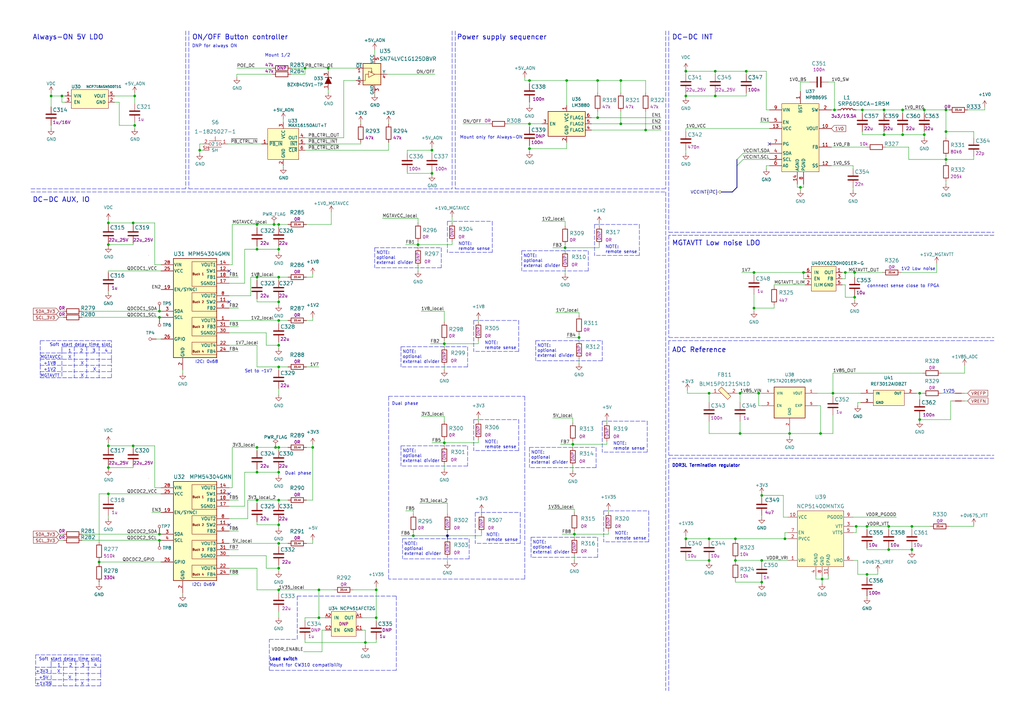
<source format=kicad_sch>
(kicad_sch (version 20211123) (generator eeschema)
  (paper "A3")
  (title_block (title "K410T devboard") (date "2023-01-02") (rev "0.0.99"))
  (junction (at 362.585 45.085))
  (junction (at 341.63 161.29))
  (junction (at 301.625 229.87))
  (junction (at 379.095 45.085))
  (junction (at 114.3 113.665))
  (junction (at 54.61 91.44))
  (junction (at 149.86 263.525))
  (junction (at 105.41 92.075))
  (junction (at 237.49 138.43))
  (junction (at 370.205 45.085))
  (junction (at 350.52 121.92))
  (junction (at 309.245 111.76))
  (junction (at 254.635 50.8))
  (junction (at 303.53 161.29))
  (junction (at 387.985 45.085))
  (junction (at 312.42 229.87))
  (junction (at 374.015 225.425))
  (junction (at 44.45 91.44))
  (junction (at 346.71 111.76))
  (junction (at 264.795 53.34))
  (junction (at 105.41 205.105))
  (junction (at 130.81 253.365))
  (junction (at 183.515 219.71))
  (junction (at 370.205 55.245))
  (junction (at 301.625 220.98))
  (junction (at 374.015 215.9))
  (junction (at 55.245 51.435))
  (junction (at 387.985 65.405))
  (junction (at 364.49 225.425))
  (junction (at 105.41 193.675))
  (junction (at 40.64 230.505))
  (junction (at 217.17 33.02))
  (junction (at 281.305 29.21))
  (junction (at 303.53 177.8))
  (junction (at 351.155 215.9))
  (junction (at 154.305 241.935))
  (junction (at 125.095 27.94))
  (junction (at 350.52 111.76))
  (junction (at 281.305 39.37))
  (junction (at 114.3 233.045))
  (junction (at 336.55 177.8))
  (junction (at 321.945 220.98))
  (junction (at 217.17 50.8))
  (junction (at 105.41 102.235))
  (junction (at 54.61 182.88))
  (junction (at 113.03 183.515))
  (junction (at 177.165 61.595))
  (junction (at 177.165 71.12))
  (junction (at 114.3 150.495))
  (junction (at 105.41 113.665))
  (junction (at 290.83 220.98))
  (junction (at 114.3 92.075))
  (junction (at 105.41 183.515))
  (junction (at 44.45 191.77))
  (junction (at 128.27 183.515))
  (junction (at 44.45 100.33))
  (junction (at 182.245 140.97))
  (junction (at 169.545 219.71))
  (junction (at 293.37 29.21))
  (junction (at 306.07 29.21))
  (junction (at 337.185 237.49))
  (junction (at 232.41 33.02))
  (junction (at 114.3 123.825))
  (junction (at 65.405 221.615))
  (junction (at 355.6 235.585))
  (junction (at 342.265 45.085))
  (junction (at 171.45 100.33))
  (junction (at 114.3 183.515))
  (junction (at 134.62 27.94))
  (junction (at 312.42 203.2))
  (junction (at 114.3 241.935))
  (junction (at 311.15 161.29))
  (junction (at 362.585 55.245))
  (junction (at 114.3 141.605))
  (junction (at 290.83 229.87))
  (junction (at 323.85 177.8))
  (junction (at 377.19 172.085))
  (junction (at 55.245 39.37))
  (junction (at 235.585 219.075))
  (junction (at 114.3 222.885))
  (junction (at 114.3 215.265))
  (junction (at 355.6 215.9))
  (junction (at 154.305 253.365))
  (junction (at 65.405 127.635))
  (junction (at 114.3 102.235))
  (junction (at 309.245 126.365))
  (junction (at 217.17 60.96))
  (junction (at 377.19 161.29))
  (junction (at 182.245 181.61))
  (junction (at 114.3 131.445))
  (junction (at 387.985 53.975))
  (junction (at 231.775 101.6))
  (junction (at 25.4 39.37))
  (junction (at 245.11 48.26))
  (junction (at 112.395 92.075))
  (junction (at 20.955 39.37))
  (junction (at 130.81 241.935))
  (junction (at 44.45 202.565))
  (junction (at 312.42 238.76))
  (junction (at 65.405 219.075))
  (junction (at 81.915 61.595))
  (junction (at 114.3 193.675))
  (junction (at 234.95 182.245))
  (junction (at 328.295 76.835))
  (junction (at 245.11 33.02))
  (junction (at 254.635 33.02))
  (junction (at 329.565 111.76))
  (junction (at 114.3 205.105))
  (junction (at 293.37 39.37))
  (junction (at 281.305 220.98))
  (junction (at 364.49 215.9))
  (junction (at 65.405 130.175))
  (junction (at 353.695 45.085))
  (junction (at 44.45 182.88))
  (junction (at 379.095 55.245))
  (junction (at 290.83 161.29))
  (no_connect (at 93.98 202.565))
  (no_connect (at 93.98 123.825))
  (no_connect (at 315.595 59.055))
  (no_connect (at 93.98 111.125))
  (no_connect (at 93.98 215.265))
  (bus_entry (at 302.26 67.945) (size 2.54 -2.54))
  (bus_entry (at 302.26 65.405) (size 2.54 -2.54))
  (wire (pts (xy 93.98 212.725) (xy 101.6 212.725)))
  (wire (pts (xy 114.3 140.335) (xy 114.3 141.605)))
  (wire (pts (xy 93.98 207.645) (xy 100.33 207.645)))
  (polyline (pts (xy 180.975 109.855) (xy 153.67 109.855)))
  (wire (pts (xy 134.62 36.83) (xy 134.62 38.1)))
  (wire (pts (xy 114.3 215.265) (xy 114.3 216.535)))
  (polyline (pts (xy 110.49 274.955) (xy 110.49 262.255)))
  (polyline (pts (xy 244.475 183.515) (xy 244.475 191.77)))
  (wire (pts (xy 314.325 67.945) (xy 315.595 67.945)))
  (wire (pts (xy 63.5 182.88) (xy 63.5 200.025)))
  (polyline (pts (xy 407.67 187.96) (xy 274.32 187.96)))
  (wire (pts (xy 350.52 121.92) (xy 350.52 121.285)))
  (wire (pts (xy 293.37 38.1) (xy 293.37 39.37)))
  (polyline (pts (xy 16.51 149.86) (xy 16.51 154.94)))
  (wire (pts (xy 290.83 161.29) (xy 292.1 161.29)))
  (wire (pts (xy 40.64 230.505) (xy 66.04 230.505)))
  (wire (pts (xy 377.19 161.29) (xy 378.46 161.29)))
  (wire (pts (xy 328.295 76.835) (xy 329.565 76.835)))
  (wire (pts (xy 93.98 141.605) (xy 105.41 141.605)))
  (wire (pts (xy 281.305 29.21) (xy 281.305 30.48)))
  (wire (pts (xy 97.155 30.48) (xy 97.155 31.75)))
  (polyline (pts (xy 16.51 152.4) (xy 45.72 152.4)))
  (wire (pts (xy 128.27 221.615) (xy 128.27 222.885)))
  (wire (pts (xy 114.3 205.105) (xy 114.3 206.375)))
  (wire (pts (xy 24.13 130.175) (xy 26.035 130.175)))
  (wire (pts (xy 217.17 41.91) (xy 217.17 43.18)))
  (wire (pts (xy 101.6 212.725) (xy 101.6 205.105)))
  (wire (pts (xy 353.695 53.975) (xy 353.695 55.245)))
  (wire (pts (xy 301.625 229.87) (xy 301.625 230.505)))
  (wire (pts (xy 125.73 150.495) (xy 130.81 150.495)))
  (wire (pts (xy 334.645 237.49) (xy 337.185 237.49)))
  (wire (pts (xy 54.61 191.77) (xy 44.45 191.77)))
  (wire (pts (xy 281.305 229.235) (xy 281.305 229.87)))
  (polyline (pts (xy 266.065 222.25) (xy 247.65 222.25)))
  (wire (pts (xy 232.41 33.02) (xy 232.41 43.18)))
  (wire (pts (xy 254.635 50.8) (xy 254.635 45.72)))
  (wire (pts (xy 114.3 102.235) (xy 114.3 103.505)))
  (polyline (pts (xy 16.51 147.32) (xy 45.72 147.32)))
  (wire (pts (xy 101.6 205.105) (xy 105.41 205.105)))
  (wire (pts (xy 345.44 116.84) (xy 346.71 116.84)))
  (wire (pts (xy 167.005 71.12) (xy 167.005 70.485)))
  (wire (pts (xy 114.3 131.445) (xy 114.3 132.715)))
  (wire (pts (xy 97.79 235.585) (xy 93.98 235.585)))
  (polyline (pts (xy 192.405 220.98) (xy 192.405 229.235)))
  (polyline (pts (xy 215.265 237.49) (xy 159.385 237.49)))
  (polyline (pts (xy 45.72 154.94) (xy 45.72 149.86)))
  (wire (pts (xy 336.55 177.8) (xy 323.85 177.8)))
  (wire (pts (xy 105.41 122.555) (xy 105.41 123.825)))
  (wire (pts (xy 20.955 39.37) (xy 20.955 43.815)))
  (wire (pts (xy 362.585 55.245) (xy 370.205 55.245)))
  (wire (pts (xy 341.63 161.29) (xy 353.06 161.29)))
  (wire (pts (xy 346.71 121.92) (xy 350.52 121.92)))
  (wire (pts (xy 105.41 213.995) (xy 105.41 215.265)))
  (wire (pts (xy 113.03 183.515) (xy 114.3 183.515)))
  (polyline (pts (xy 247.015 172.72) (xy 247.015 185.42)))
  (wire (pts (xy 317.5 116.84) (xy 317.5 117.475)))
  (wire (pts (xy 372.745 65.405) (xy 387.985 65.405)))
  (polyline (pts (xy 212.725 144.145) (xy 194.31 144.145)))
  (wire (pts (xy 328.295 76.835) (xy 328.295 78.105)))
  (wire (pts (xy 339.725 236.22) (xy 339.725 237.49)))
  (wire (pts (xy 330.2 116.84) (xy 317.5 116.84)))
  (wire (pts (xy 97.79 217.805) (xy 93.98 217.805)))
  (wire (pts (xy 172.72 170.815) (xy 182.245 170.815)))
  (wire (pts (xy 281.305 229.87) (xy 290.83 229.87)))
  (wire (pts (xy 345.44 114.3) (xy 346.71 114.3)))
  (wire (pts (xy 336.55 166.37) (xy 336.55 177.8)))
  (wire (pts (xy 55.245 52.705) (xy 55.245 51.435)))
  (wire (pts (xy 329.565 75.565) (xy 329.565 76.835)))
  (wire (pts (xy 379.095 55.245) (xy 379.095 56.515)))
  (wire (pts (xy 125.095 263.525) (xy 149.86 263.525)))
  (wire (pts (xy 130.81 253.365) (xy 133.35 253.365)))
  (wire (pts (xy 167.005 61.595) (xy 167.005 62.865)))
  (polyline (pts (xy 274.32 96.52) (xy 274.32 138.43)))
  (wire (pts (xy 290.83 220.98) (xy 290.83 221.615)))
  (wire (pts (xy 171.45 89.535) (xy 171.45 91.44)))
  (bus (pts (xy 302.26 67.945) (xy 302.26 76.835)))
  (wire (pts (xy 335.28 166.37) (xy 336.55 166.37)))
  (polyline (pts (xy 247.65 209.55) (xy 266.065 209.55)))
  (wire (pts (xy 97.155 27.94) (xy 111.76 27.94)))
  (wire (pts (xy 301.625 220.98) (xy 321.945 220.98)))
  (wire (pts (xy 217.17 59.69) (xy 217.17 60.96)))
  (wire (pts (xy 171.45 100.33) (xy 171.45 101.6)))
  (wire (pts (xy 232.41 33.02) (xy 245.11 33.02)))
  (polyline (pts (xy 407.67 96.52) (xy 274.32 96.52)))
  (wire (pts (xy 112.395 92.075) (xy 114.3 92.075)))
  (wire (pts (xy 105.41 102.235) (xy 114.3 102.235)))
  (wire (pts (xy 33.655 130.175) (xy 65.405 130.175)))
  (polyline (pts (xy 192.405 229.235) (xy 165.1 229.235)))
  (wire (pts (xy 226.695 171.45) (xy 234.95 171.45)))
  (wire (pts (xy 176.53 140.97) (xy 182.245 140.97)))
  (wire (pts (xy 327.025 76.835) (xy 328.295 76.835)))
  (wire (pts (xy 95.25 92.075) (xy 105.41 92.075)))
  (wire (pts (xy 242.57 50.8) (xy 254.635 50.8)))
  (polyline (pts (xy 35.56 142.24) (xy 35.56 154.94)))
  (wire (pts (xy 311.785 50.165) (xy 315.595 50.165)))
  (wire (pts (xy 44.45 119.38) (xy 44.45 120.015)))
  (wire (pts (xy 114.3 231.775) (xy 114.3 233.045)))
  (wire (pts (xy 312.42 238.76) (xy 312.42 239.395)))
  (wire (pts (xy 132.08 258.445) (xy 132.08 267.335)))
  (wire (pts (xy 54.61 191.135) (xy 54.61 191.77)))
  (wire (pts (xy 140.97 33.02) (xy 140.97 56.515)))
  (wire (pts (xy 114.3 215.265) (xy 114.3 213.995)))
  (wire (pts (xy 109.22 233.045) (xy 114.3 233.045)))
  (wire (pts (xy 290.83 172.72) (xy 290.83 177.8)))
  (polyline (pts (xy 36.195 271.145) (xy 36.195 281.305)))
  (wire (pts (xy 306.07 39.37) (xy 306.07 38.1)))
  (wire (pts (xy 182.245 149.86) (xy 182.245 151.765)))
  (wire (pts (xy 231.775 110.49) (xy 231.775 112.395)))
  (wire (pts (xy 377.19 161.29) (xy 377.19 163.83)))
  (polyline (pts (xy 407.67 139.7) (xy 274.32 139.7)))
  (wire (pts (xy 321.945 220.98) (xy 323.215 220.98)))
  (wire (pts (xy 370.205 45.085) (xy 370.205 46.355)))
  (wire (pts (xy 337.185 236.22) (xy 337.185 237.49)))
  (wire (pts (xy 54.61 182.88) (xy 54.61 183.515)))
  (wire (pts (xy 353.695 45.085) (xy 353.695 46.355)))
  (wire (pts (xy 337.185 237.49) (xy 339.725 237.49)))
  (wire (pts (xy 301.625 238.76) (xy 312.42 238.76)))
  (wire (pts (xy 44.45 202.565) (xy 44.45 203.835)))
  (polyline (pts (xy 45.72 147.32) (xy 45.72 139.7)))
  (wire (pts (xy 323.85 176.53) (xy 323.85 177.8)))
  (wire (pts (xy 364.49 215.9) (xy 364.49 217.17)))
  (polyline (pts (xy 164.465 142.24) (xy 164.465 150.495)))
  (wire (pts (xy 248.92 172.085) (xy 248.92 173.355)))
  (polyline (pts (xy 164.465 142.24) (xy 191.77 142.24)))
  (wire (pts (xy 183.515 206.375) (xy 183.515 210.82)))
  (wire (pts (xy 125.73 92.075) (xy 135.89 92.075)))
  (polyline (pts (xy 213.995 102.87) (xy 241.3 102.87)))
  (wire (pts (xy 235.585 227.965) (xy 235.585 229.87)))
  (wire (pts (xy 93.98 233.045) (xy 105.41 233.045)))
  (wire (pts (xy 44.45 182.88) (xy 54.61 182.88)))
  (wire (pts (xy 350.52 111.76) (xy 350.52 113.665)))
  (wire (pts (xy 332.105 33.655) (xy 328.295 33.655)))
  (wire (pts (xy 237.49 138.43) (xy 237.49 139.7)))
  (wire (pts (xy 222.25 50.8) (xy 217.17 50.8)))
  (wire (pts (xy 349.885 76.835) (xy 349.885 78.105)))
  (polyline (pts (xy 201.93 103.505) (xy 183.515 103.505)))
  (wire (pts (xy 153.67 20.32) (xy 153.67 22.86)))
  (wire (pts (xy 114.3 241.935) (xy 130.81 241.935)))
  (polyline (pts (xy 165.1 220.98) (xy 192.405 220.98)))
  (wire (pts (xy 40.64 239.395) (xy 40.64 238.76)))
  (wire (pts (xy 100.33 102.235) (xy 105.41 102.235)))
  (wire (pts (xy 133.35 258.445) (xy 132.08 258.445)))
  (wire (pts (xy 54.61 182.88) (xy 63.5 182.88)))
  (polyline (pts (xy 217.805 220.345) (xy 217.805 228.6)))
  (wire (pts (xy 281.305 39.37) (xy 281.305 40.005)))
  (polyline (pts (xy 244.475 191.77) (xy 217.17 191.77)))
  (bus (pts (xy 295.91 78.74) (xy 300.355 78.74)))
  (wire (pts (xy 314.325 29.21) (xy 314.325 45.085)))
  (wire (pts (xy 312.42 202.565) (xy 312.42 203.2)))
  (wire (pts (xy 185.42 88.9) (xy 185.42 91.44)))
  (wire (pts (xy 351.155 45.085) (xy 353.695 45.085)))
  (polyline (pts (xy 219.71 139.7) (xy 219.71 147.955)))
  (wire (pts (xy 114.3 102.235) (xy 114.3 100.965)))
  (wire (pts (xy 95.25 183.515) (xy 105.41 183.515)))
  (polyline (pts (xy 14.605 273.685) (xy 41.275 273.685)))
  (wire (pts (xy 245.745 101.6) (xy 245.745 100.33)))
  (wire (pts (xy 159.385 61.595) (xy 159.385 58.42)))
  (wire (pts (xy 399.415 215.265) (xy 399.415 215.9)))
  (wire (pts (xy 353.695 45.085) (xy 362.585 45.085)))
  (polyline (pts (xy 217.17 183.515) (xy 244.475 183.515)))
  (wire (pts (xy 281.94 161.29) (xy 290.83 161.29)))
  (wire (pts (xy 147.955 50.165) (xy 147.955 50.8)))
  (wire (pts (xy 387.985 65.405) (xy 399.415 65.405)))
  (wire (pts (xy 93.98 227.965) (xy 109.22 227.965)))
  (wire (pts (xy 114.3 250.825) (xy 114.3 253.365)))
  (wire (pts (xy 281.305 219.71) (xy 281.305 220.98)))
  (polyline (pts (xy 265.43 172.72) (xy 265.43 185.42)))
  (polyline (pts (xy 219.71 139.7) (xy 247.015 139.7)))
  (wire (pts (xy 44.45 100.33) (xy 44.45 100.965)))
  (wire (pts (xy 102.87 113.665) (xy 105.41 113.665)))
  (wire (pts (xy 377.19 172.085) (xy 377.19 172.72)))
  (wire (pts (xy 374.015 215.9) (xy 381.635 215.9)))
  (wire (pts (xy 182.245 140.97) (xy 196.215 140.97)))
  (wire (pts (xy 315.595 52.705) (xy 281.305 52.705)))
  (polyline (pts (xy 121.92 244.475) (xy 121.92 262.255)))
  (wire (pts (xy 234.95 180.975) (xy 234.95 182.245)))
  (wire (pts (xy 46.99 39.37) (xy 55.245 39.37)))
  (wire (pts (xy 189.865 50.8) (xy 200.66 50.8)))
  (wire (pts (xy 197.485 219.71) (xy 197.485 218.44)))
  (wire (pts (xy 182.245 140.97) (xy 182.245 142.24)))
  (wire (pts (xy 379.095 45.085) (xy 387.985 45.085)))
  (wire (pts (xy 114.3 113.665) (xy 118.11 113.665)))
  (wire (pts (xy 177.165 71.12) (xy 177.165 71.755)))
  (wire (pts (xy 100.33 116.205) (xy 100.33 102.235)))
  (wire (pts (xy 182.245 170.815) (xy 182.245 172.72)))
  (wire (pts (xy 234.95 191.135) (xy 234.95 193.04)))
  (wire (pts (xy 349.885 229.87) (xy 351.79 229.87)))
  (wire (pts (xy 93.98 222.885) (xy 114.3 222.885)))
  (polyline (pts (xy 16.51 154.94) (xy 45.72 154.94)))
  (wire (pts (xy 55.245 38.1) (xy 55.245 39.37)))
  (polyline (pts (xy 45.72 139.7) (xy 16.51 139.7)))
  (polyline (pts (xy 45.72 147.32) (xy 45.72 149.86)))
  (wire (pts (xy 329.565 111.76) (xy 330.2 111.76)))
  (wire (pts (xy 125.095 27.94) (xy 125.095 30.48)))
  (polyline (pts (xy 162.56 244.475) (xy 162.56 274.955)))
  (wire (pts (xy 114.3 205.105) (xy 118.11 205.105)))
  (wire (pts (xy 349.885 212.09) (xy 367.665 212.09)))
  (polyline (pts (xy 41.275 268.605) (xy 14.605 268.605)))
  (wire (pts (xy 105.41 141.605) (xy 105.41 150.495)))
  (wire (pts (xy 249.555 219.075) (xy 249.555 217.805)))
  (wire (pts (xy 346.71 116.84) (xy 346.71 121.92)))
  (wire (pts (xy 303.53 172.72) (xy 303.53 177.8)))
  (wire (pts (xy 245.11 33.02) (xy 245.11 38.1)))
  (wire (pts (xy 44.45 211.455) (xy 44.45 212.725)))
  (wire (pts (xy 177.165 70.485) (xy 177.165 71.12)))
  (wire (pts (xy 237.49 128.27) (xy 237.49 129.54)))
  (wire (pts (xy 290.83 161.29) (xy 290.83 165.1)))
  (wire (pts (xy 290.83 177.8) (xy 303.53 177.8)))
  (wire (pts (xy 65.405 130.175) (xy 65.405 130.81)))
  (polyline (pts (xy 245.11 220.345) (xy 245.11 228.6)))
  (wire (pts (xy 171.45 109.22) (xy 171.45 111.125)))
  (wire (pts (xy 109.22 141.605) (xy 114.3 141.605)))
  (wire (pts (xy 44.45 111.125) (xy 66.04 111.125)))
  (polyline (pts (xy 186.69 12.7) (xy 186.69 77.47)))
  (wire (pts (xy 172.085 206.375) (xy 183.515 206.375)))
  (polyline (pts (xy 247.015 147.955) (xy 219.71 147.955)))
  (wire (pts (xy 230.505 219.075) (xy 235.585 219.075)))
  (polyline (pts (xy 212.725 184.785) (xy 194.31 184.785)))
  (wire (pts (xy 281.305 220.98) (xy 290.83 220.98)))
  (wire (pts (xy 144.78 241.935) (xy 154.305 241.935)))
  (wire (pts (xy 95.25 183.515) (xy 95.25 200.025)))
  (wire (pts (xy 311.15 166.37) (xy 311.15 161.29)))
  (wire (pts (xy 312.42 238.76) (xy 312.42 238.125)))
  (polyline (pts (xy 191.77 182.88) (xy 191.77 191.135)))
  (wire (pts (xy 172.72 127.635) (xy 182.245 127.635)))
  (polyline (pts (xy 185.42 12.7) (xy 185.42 77.47)))
  (wire (pts (xy 235.585 208.915) (xy 235.585 210.185)))
  (wire (pts (xy 309.245 120.65) (xy 309.245 126.365)))
  (wire (pts (xy 105.41 205.105) (xy 105.41 206.375)))
  (wire (pts (xy 100.33 193.675) (xy 105.41 193.675)))
  (polyline (pts (xy 76.2 12.7) (xy 76.2 77.47)))
  (wire (pts (xy 370.205 55.245) (xy 379.095 55.245)))
  (wire (pts (xy 293.37 29.21) (xy 306.07 29.21)))
  (wire (pts (xy 387.985 74.295) (xy 387.985 75.565)))
  (wire (pts (xy 395.605 164.465) (xy 396.875 164.465)))
  (wire (pts (xy 387.985 65.405) (xy 387.985 66.675)))
  (wire (pts (xy 403.86 45.085) (xy 396.875 45.085)))
  (wire (pts (xy 44.45 181.61) (xy 44.45 182.88)))
  (wire (pts (xy 290.83 229.87) (xy 290.83 229.235)))
  (wire (pts (xy 156.845 89.535) (xy 171.45 89.535)))
  (wire (pts (xy 293.37 39.37) (xy 281.305 39.37)))
  (wire (pts (xy 231.775 100.33) (xy 231.775 101.6)))
  (polyline (pts (xy 212.725 131.445) (xy 212.725 144.145)))
  (wire (pts (xy 93.98 144.145) (xy 97.79 144.145)))
  (wire (pts (xy 81.915 61.595) (xy 81.915 62.865)))
  (wire (pts (xy 302.26 161.29) (xy 303.53 161.29)))
  (wire (pts (xy 323.215 218.44) (xy 321.945 218.44)))
  (polyline (pts (xy 180.975 101.6) (xy 180.975 109.855)))
  (wire (pts (xy 254.635 33.02) (xy 264.795 33.02)))
  (wire (pts (xy 346.71 111.76) (xy 350.52 111.76)))
  (wire (pts (xy 321.31 212.09) (xy 323.215 212.09)))
  (wire (pts (xy 20.955 38.1) (xy 20.955 39.37)))
  (polyline (pts (xy 162.56 274.955) (xy 110.49 274.955)))
  (wire (pts (xy 130.81 253.365) (xy 125.095 253.365)))
  (wire (pts (xy 114.3 150.495) (xy 114.3 151.765)))
  (wire (pts (xy 114.3 183.515) (xy 114.3 184.785)))
  (polyline (pts (xy 77.47 77.47) (xy 185.42 77.47)))
  (wire (pts (xy 290.83 229.87) (xy 290.83 230.505)))
  (wire (pts (xy 389.89 164.465) (xy 390.525 164.465)))
  (wire (pts (xy 340.995 67.945) (xy 349.885 67.945)))
  (polyline (pts (xy 247.015 172.72) (xy 265.43 172.72)))
  (wire (pts (xy 128.27 183.515) (xy 128.27 205.105)))
  (polyline (pts (xy 164.465 182.88) (xy 191.77 182.88)))
  (wire (pts (xy 353.695 55.245) (xy 362.585 55.245)))
  (wire (pts (xy 245.11 48.26) (xy 271.145 48.26)))
  (wire (pts (xy 64.135 139.065) (xy 66.04 139.065)))
  (wire (pts (xy 97.79 205.105) (xy 93.98 205.105)))
  (wire (pts (xy 377.19 171.45) (xy 377.19 172.085)))
  (polyline (pts (xy 14.605 276.225) (xy 41.275 276.225)))
  (wire (pts (xy 281.305 220.98) (xy 281.305 221.615)))
  (polyline (pts (xy 241.3 111.125) (xy 213.995 111.125)))
  (wire (pts (xy 374.015 215.9) (xy 374.015 217.17)))
  (polyline (pts (xy 16.51 144.78) (xy 45.72 144.78)))
  (wire (pts (xy 114.3 113.665) (xy 114.3 114.935)))
  (wire (pts (xy 105.41 100.965) (xy 105.41 102.235)))
  (wire (pts (xy 374.015 224.79) (xy 374.015 225.425)))
  (polyline (pts (xy 243.84 92.075) (xy 243.84 104.775)))
  (wire (pts (xy 93.98 200.025) (xy 95.25 200.025)))
  (wire (pts (xy 125.73 131.445) (xy 128.27 131.445)))
  (wire (pts (xy 327.025 75.565) (xy 327.025 76.835)))
  (polyline (pts (xy 213.995 102.87) (xy 213.995 111.125)))
  (wire (pts (xy 109.22 227.965) (xy 109.22 233.045)))
  (wire (pts (xy 54.61 100.33) (xy 44.45 100.33)))
  (wire (pts (xy 154.305 253.365) (xy 154.305 254.635)))
  (wire (pts (xy 111.76 30.48) (xy 97.155 30.48)))
  (wire (pts (xy 63.5 108.585) (xy 66.04 108.585)))
  (wire (pts (xy 102.87 121.285) (xy 102.87 113.665)))
  (wire (pts (xy 336.55 177.8) (xy 341.63 177.8)))
  (polyline (pts (xy 20.955 271.145) (xy 20.955 272.415)))
  (wire (pts (xy 341.63 161.29) (xy 341.63 153.035)))
  (wire (pts (xy 55.245 51.435) (xy 55.245 50.165)))
  (wire (pts (xy 351.155 215.9) (xy 349.885 215.9)))
  (wire (pts (xy 95.25 92.075) (xy 95.25 108.585)))
  (wire (pts (xy 114.3 233.045) (xy 114.3 234.315)))
  (wire (pts (xy 166.37 209.55) (xy 169.545 209.55)))
  (polyline (pts (xy 30.48 142.24) (xy 30.48 154.94)))
  (wire (pts (xy 399.415 56.515) (xy 399.415 53.975)))
  (wire (pts (xy 125.73 222.885) (xy 128.27 222.885)))
  (wire (pts (xy 116.205 48.895) (xy 116.205 50.165)))
  (wire (pts (xy 312.42 203.2) (xy 312.42 203.835)))
  (wire (pts (xy 105.41 183.515) (xy 105.41 184.785)))
  (wire (pts (xy 403.86 43.815) (xy 403.86 45.085)))
  (wire (pts (xy 128.27 182.245) (xy 128.27 183.515)))
  (wire (pts (xy 314.325 45.085) (xy 315.595 45.085)))
  (wire (pts (xy 304.8 62.865) (xy 315.595 62.865)))
  (wire (pts (xy 164.465 219.71) (xy 169.545 219.71)))
  (wire (pts (xy 306.07 29.21) (xy 306.07 30.48)))
  (wire (pts (xy 166.37 100.33) (xy 171.45 100.33)))
  (wire (pts (xy 54.61 91.44) (xy 63.5 91.44)))
  (wire (pts (xy 264.795 53.34) (xy 271.145 53.34)))
  (wire (pts (xy 341.63 161.29) (xy 341.63 162.56)))
  (bus (pts (xy 302.26 65.405) (xy 302.26 67.945)))
  (wire (pts (xy 114.3 193.675) (xy 114.3 194.945)))
  (wire (pts (xy 109.22 136.525) (xy 109.22 141.605)))
  (polyline (pts (xy 110.49 262.255) (xy 121.92 262.255)))
  (polyline (pts (xy 26.035 271.145) (xy 26.035 281.305)))
  (polyline (pts (xy 191.77 191.135) (xy 164.465 191.135)))
  (wire (pts (xy 54.61 91.44) (xy 54.61 92.075)))
  (wire (pts (xy 379.095 45.085) (xy 379.095 46.355)))
  (wire (pts (xy 217.17 50.8) (xy 217.17 52.07)))
  (wire (pts (xy 112.395 91.44) (xy 112.395 92.075)))
  (wire (pts (xy 242.57 53.34) (xy 264.795 53.34)))
  (polyline (pts (xy 194.31 131.445) (xy 212.725 131.445)))
  (wire (pts (xy 312.42 166.37) (xy 311.15 166.37)))
  (wire (pts (xy 93.98 126.365) (xy 97.79 126.365)))
  (wire (pts (xy 114.3 222.885) (xy 118.11 222.885)))
  (wire (pts (xy 301.625 220.98) (xy 301.625 221.615)))
  (wire (pts (xy 231.775 101.6) (xy 245.745 101.6)))
  (wire (pts (xy 351.79 235.585) (xy 351.79 229.87)))
  (wire (pts (xy 65.405 127.635) (xy 66.04 127.635)))
  (wire (pts (xy 364.49 215.9) (xy 374.015 215.9)))
  (polyline (pts (xy 245.11 228.6) (xy 217.805 228.6)))
  (wire (pts (xy 351.155 215.9) (xy 355.6 215.9)))
  (polyline (pts (xy 14.605 278.765) (xy 14.605 281.305)))
  (wire (pts (xy 362.585 45.085) (xy 370.205 45.085)))
  (wire (pts (xy 81.915 59.055) (xy 81.915 61.595)))
  (wire (pts (xy 185.42 100.33) (xy 185.42 99.06)))
  (polyline (pts (xy 121.92 244.475) (xy 162.56 244.475)))
  (wire (pts (xy 182.245 190.5) (xy 182.245 192.405)))
  (wire (pts (xy 167.005 71.12) (xy 177.165 71.12)))
  (polyline (pts (xy 16.51 139.7) (xy 16.51 149.86)))
  (wire (pts (xy 235.585 219.075) (xy 235.585 220.345)))
  (wire (pts (xy 231.775 101.6) (xy 231.775 102.87)))
  (wire (pts (xy 321.945 218.44) (xy 321.945 220.98)))
  (wire (pts (xy 355.6 215.9) (xy 355.6 217.17)))
  (polyline (pts (xy 247.015 139.7) (xy 247.015 147.955)))
  (polyline (pts (xy 265.43 185.42) (xy 247.015 185.42)))
  (wire (pts (xy 384.175 107.95) (xy 384.175 111.76)))
  (wire (pts (xy 114.3 131.445) (xy 118.11 131.445)))
  (wire (pts (xy 100.33 207.645) (xy 100.33 193.675)))
  (wire (pts (xy 125.095 262.255) (xy 125.095 263.525)))
  (wire (pts (xy 114.3 123.825) (xy 114.3 122.555)))
  (wire (pts (xy 65.405 221.615) (xy 65.405 222.25)))
  (wire (pts (xy 196.215 181.61) (xy 196.215 180.34)))
  (wire (pts (xy 281.305 52.705) (xy 281.305 53.975)))
  (wire (pts (xy 231.775 90.805) (xy 231.775 92.71)))
  (wire (pts (xy 167.005 61.595) (xy 177.165 61.595)))
  (wire (pts (xy 125.73 183.515) (xy 128.27 183.515)))
  (wire (pts (xy 105.41 113.665) (xy 105.41 114.935)))
  (wire (pts (xy 304.165 111.76) (xy 309.245 111.76)))
  (wire (pts (xy 303.53 177.8) (xy 323.85 177.8)))
  (wire (pts (xy 217.17 33.02) (xy 232.41 33.02)))
  (wire (pts (xy 245.11 48.26) (xy 245.11 45.72)))
  (wire (pts (xy 360.045 235.585) (xy 360.045 234.315)))
  (wire (pts (xy 74.93 151.765) (xy 74.93 153.035)))
  (wire (pts (xy 130.81 241.935) (xy 130.81 253.365)))
  (polyline (pts (xy 12.7 77.47) (xy 76.2 77.47)))
  (wire (pts (xy 254.635 33.02) (xy 254.635 38.1)))
  (polyline (pts (xy 191.77 150.495) (xy 164.465 150.495)))
  (polyline (pts (xy 20.955 272.415) (xy 20.955 281.305)))
  (wire (pts (xy 24.13 127.635) (xy 26.035 127.635)))
  (wire (pts (xy 387.985 45.085) (xy 387.985 53.975)))
  (wire (pts (xy 125.73 205.105) (xy 128.27 205.105)))
  (wire (pts (xy 154.305 263.525) (xy 154.305 262.255)))
  (wire (pts (xy 323.85 179.07) (xy 323.85 177.8)))
  (wire (pts (xy 235.585 219.075) (xy 249.555 219.075)))
  (wire (pts (xy 149.86 263.525) (xy 149.86 264.795)))
  (wire (pts (xy 135.89 92.075) (xy 135.89 86.995)))
  (wire (pts (xy 349.885 218.44) (xy 351.155 218.44)))
  (wire (pts (xy 114.3 222.885) (xy 114.3 224.155)))
  (wire (pts (xy 355.6 225.425) (xy 364.49 225.425)))
  (wire (pts (xy 229.87 182.245) (xy 234.95 182.245)))
  (wire (pts (xy 312.42 212.09) (xy 312.42 211.455)))
  (wire (pts (xy 62.23 210.185) (xy 66.04 210.185)))
  (wire (pts (xy 222.25 90.805) (xy 231.775 90.805)))
  (wire (pts (xy 182.245 180.34) (xy 182.245 181.61)))
  (wire (pts (xy 48.895 41.91) (xy 48.895 51.435)))
  (polyline (pts (xy 241.3 102.87) (xy 241.3 111.125)))
  (wire (pts (xy 377.19 172.085) (xy 389.89 172.085)))
  (wire (pts (xy 44.45 90.17) (xy 44.45 91.44)))
  (wire (pts (xy 349.885 67.945) (xy 349.885 69.215)))
  (wire (pts (xy 375.92 161.29) (xy 377.19 161.29)))
  (wire (pts (xy 154.305 253.365) (xy 154.305 241.935)))
  (wire (pts (xy 355.6 224.79) (xy 355.6 225.425)))
  (wire (pts (xy 293.37 29.21) (xy 293.37 30.48)))
  (wire (pts (xy 182.245 139.7) (xy 182.245 140.97)))
  (wire (pts (xy 281.305 61.595) (xy 281.305 62.865)))
  (wire (pts (xy 33.655 221.615) (xy 65.405 221.615)))
  (wire (pts (xy 65.405 130.175) (xy 66.04 130.175)))
  (wire (pts (xy 355.6 244.475) (xy 355.6 245.11)))
  (wire (pts (xy 312.42 229.87) (xy 301.625 229.87)))
  (bus (pts (xy 183.515 219.71) (xy 183.515 220.98)))
  (wire (pts (xy 33.655 219.075) (xy 65.405 219.075)))
  (wire (pts (xy 24.13 221.615) (xy 26.035 221.615)))
  (wire (pts (xy 33.655 127.635) (xy 65.405 127.635)))
  (wire (pts (xy 290.83 220.98) (xy 301.625 220.98)))
  (polyline (pts (xy 194.945 210.185) (xy 194.945 222.885)))
  (wire (pts (xy 171.45 100.33) (xy 185.42 100.33)))
  (wire (pts (xy 309.245 126.365) (xy 317.5 126.365)))
  (wire (pts (xy 93.98 121.285) (xy 102.87 121.285)))
  (wire (pts (xy 379.095 55.245) (xy 379.095 53.975)))
  (wire (pts (xy 355.6 235.585) (xy 360.045 235.585)))
  (wire (pts (xy 114.3 159.385) (xy 114.3 161.925)))
  (wire (pts (xy 351.79 165.1) (xy 353.06 165.1)))
  (wire (pts (xy 93.98 108.585) (xy 95.25 108.585)))
  (wire (pts (xy 105.41 183.515) (xy 113.03 183.515)))
  (wire (pts (xy 342.265 45.085) (xy 343.535 45.085)))
  (wire (pts (xy 113.03 182.88) (xy 113.03 183.515)))
  (wire (pts (xy 65.405 127) (xy 65.405 127.635)))
  (wire (pts (xy 329.565 114.3) (xy 329.565 111.76)))
  (wire (pts (xy 55.245 39.37) (xy 55.245 42.545)))
  (wire (pts (xy 364.49 225.425) (xy 364.49 224.79)))
  (wire (pts (xy 147.955 59.055) (xy 147.955 58.42)))
  (wire (pts (xy 97.79 225.425) (xy 93.98 225.425)))
  (wire (pts (xy 312.42 230.505) (xy 312.42 229.87)))
  (wire (pts (xy 116.205 68.58) (xy 116.205 67.945)))
  (wire (pts (xy 134.62 27.94) (xy 134.62 29.21)))
  (wire (pts (xy 303.53 161.29) (xy 303.53 165.1)))
  (wire (pts (xy 372.745 60.325) (xy 372.745 65.405)))
  (wire (pts (xy 182.245 127.635) (xy 182.245 132.08)))
  (polyline (pts (xy 262.255 92.075) (xy 262.255 104.775)))
  (wire (pts (xy 386.08 153.035) (xy 395.605 153.035)))
  (wire (pts (xy 342.265 33.655) (xy 342.265 45.085)))
  (wire (pts (xy 114.3 241.935) (xy 114.3 243.205)))
  (polyline (pts (xy 194.31 131.445) (xy 194.31 144.145)))
  (wire (pts (xy 334.645 236.22) (xy 334.645 237.49)))
  (polyline (pts (xy 12.7 78.74) (xy 273.05 78.74)))
  (polyline (pts (xy 262.255 104.775) (xy 243.84 104.775)))
  (wire (pts (xy 328.295 33.655) (xy 328.295 37.465)))
  (wire (pts (xy 389.255 215.9) (xy 399.415 215.9)))
  (wire (pts (xy 317.5 126.365) (xy 317.5 125.095)))
  (polyline (pts (xy 45.72 142.24) (xy 25.4 142.24)))
  (wire (pts (xy 83.185 59.055) (xy 81.915 59.055)))
  (wire (pts (xy 351.155 218.44) (xy 351.155 215.9)))
  (wire (pts (xy 341.63 153.035) (xy 378.46 153.035)))
  (wire (pts (xy 235.585 217.805) (xy 235.585 219.075)))
  (wire (pts (xy 93.98 116.205) (xy 100.33 116.205)))
  (wire (pts (xy 81.915 61.595) (xy 83.185 61.595)))
  (polyline (pts (xy 153.67 101.6) (xy 153.67 109.855)))
  (wire (pts (xy 312.42 203.2) (xy 321.31 203.2)))
  (wire (pts (xy 125.095 56.515) (xy 140.97 56.515)))
  (wire (pts (xy 340.995 45.085) (xy 342.265 45.085)))
  (wire (pts (xy 44.45 191.77) (xy 44.45 192.405)))
  (wire (pts (xy 369.57 111.76) (xy 384.175 111.76)))
  (wire (pts (xy 25.4 41.91) (xy 25.4 39.37)))
  (wire (pts (xy 125.095 27.94) (xy 134.62 27.94)))
  (wire (pts (xy 248.92 182.245) (xy 248.92 180.975)))
  (wire (pts (xy 340.995 60.325) (xy 355.6 60.325)))
  (polyline (pts (xy 14.605 268.605) (xy 14.605 278.765)))
  (wire (pts (xy 249.555 208.915) (xy 249.555 210.185)))
  (wire (pts (xy 125.095 59.055) (xy 147.955 59.055)))
  (wire (pts (xy 364.49 225.425) (xy 374.015 225.425)))
  (wire (pts (xy 97.79 113.665) (xy 93.98 113.665)))
  (wire (pts (xy 114.3 92.075) (xy 114.3 93.345)))
  (wire (pts (xy 20.955 52.705) (xy 20.955 51.435)))
  (wire (pts (xy 309.245 111.76) (xy 329.565 111.76)))
  (wire (pts (xy 114.3 183.515) (xy 118.11 183.515)))
  (wire (pts (xy 63.5 91.44) (xy 63.5 108.585)))
  (wire (pts (xy 183.515 219.71) (xy 197.485 219.71)))
  (wire (pts (xy 130.81 241.935) (xy 137.16 241.935)))
  (wire (pts (xy 44.45 100.33) (xy 44.45 99.695)))
  (wire (pts (xy 178.435 30.48) (xy 158.75 30.48)))
  (wire (pts (xy 146.05 33.02) (xy 140.97 33.02)))
  (wire (pts (xy 264.795 33.02) (xy 264.795 38.1)))
  (wire (pts (xy 159.385 50.165) (xy 159.385 50.8)))
  (polyline (pts (xy 194.31 172.085) (xy 194.31 184.785)))
  (polyline (pts (xy 213.36 222.885) (xy 194.945 222.885)))
  (polyline (pts (xy 153.67 101.6) (xy 180.975 101.6)))
  (wire (pts (xy 65.405 219.075) (xy 66.04 219.075)))
  (wire (pts (xy 232.41 60.96) (xy 232.41 58.42)))
  (wire (pts (xy 153.67 38.1) (xy 153.67 38.735)))
  (wire (pts (xy 341.63 177.8) (xy 341.63 170.18)))
  (wire (pts (xy 128.27 112.395) (xy 128.27 113.665)))
  (wire (pts (xy 196.215 171.45) (xy 196.215 172.72)))
  (wire (pts (xy 346.71 114.3) (xy 346.71 111.76)))
  (polyline (pts (xy 243.84 92.075) (xy 262.255 92.075)))
  (wire (pts (xy 148.59 253.365) (xy 154.305 253.365)))
  (wire (pts (xy 125.73 113.665) (xy 128.27 113.665)))
  (wire (pts (xy 105.41 241.935) (xy 114.3 241.935)))
  (polyline (pts (xy 41.275 271.145) (xy 20.955 271.145)))
  (wire (pts (xy 227.965 128.27) (xy 237.49 128.27)))
  (wire (pts (xy 154.305 241.935) (xy 154.305 240.665)))
  (wire (pts (xy 44.45 91.44) (xy 54.61 91.44)))
  (wire (pts (xy 254.635 50.8) (xy 271.145 50.8)))
  (wire (pts (xy 40.64 202.565) (xy 44.45 202.565)))
  (wire (pts (xy 93.98 131.445) (xy 114.3 131.445)))
  (wire (pts (xy 399.415 65.405) (xy 399.415 64.135)))
  (wire (pts (xy 387.985 53.975) (xy 387.985 56.515)))
  (wire (pts (xy 114.3 193.675) (xy 114.3 192.405)))
  (wire (pts (xy 177.165 60.325) (xy 177.165 61.595)))
  (wire (pts (xy 169.545 219.71) (xy 183.515 219.71)))
  (wire (pts (xy 40.64 202.565) (xy 40.64 222.25)))
  (wire (pts (xy 196.215 130.81) (xy 196.215 132.08)))
  (wire (pts (xy 350.52 121.92) (xy 350.52 123.19)))
  (polyline (pts (xy 25.4 142.24) (xy 25.4 143.51)))
  (wire (pts (xy 105.41 215.265) (xy 114.3 215.265)))
  (wire (pts (xy 242.57 48.26) (xy 245.11 48.26)))
  (wire (pts (xy 234.95 171.45) (xy 234.95 173.355)))
  (polyline (pts (xy 273.05 78.74) (xy 273.05 283.21)))
  (wire (pts (xy 234.95 182.245) (xy 234.95 183.515)))
  (wire (pts (xy 387.985 45.085) (xy 389.255 45.085)))
  (wire (pts (xy 309.245 111.76) (xy 309.245 113.03)))
  (wire (pts (xy 363.22 60.325) (xy 372.745 60.325)))
  (wire (pts (xy 125.095 253.365) (xy 125.095 254.635)))
  (wire (pts (xy 355.6 235.585) (xy 351.79 235.585)))
  (wire (pts (xy 105.41 192.405) (xy 105.41 193.675)))
  (wire (pts (xy 281.305 28.575) (xy 281.305 29.21)))
  (polyline (pts (xy 41.275 281.305) (xy 41.275 278.765)))
  (wire (pts (xy 339.725 33.655) (xy 342.265 33.655)))
  (wire (pts (xy 65.405 221.615) (xy 66.04 221.615)))
  (wire (pts (xy 128.27 130.175) (xy 128.27 131.445)))
  (wire (pts (xy 355.6 215.9) (xy 364.49 215.9)))
  (wire (pts (xy 114.3 123.825) (xy 114.3 125.095)))
  (polyline (pts (xy 213.36 210.185) (xy 213.36 222.885)))
  (wire (pts (xy 149.86 258.445) (xy 149.86 263.525)))
  (polyline (pts (xy 212.725 172.085) (xy 212.725 184.785)))
  (wire (pts (xy 245.11 33.02) (xy 254.635 33.02)))
  (polyline (pts (xy 217.17 183.515) (xy 217.17 191.77)))
  (polyline (pts (xy 16.51 149.86) (xy 45.72 149.86)))
  (wire (pts (xy 26.67 41.91) (xy 25.4 41.91)))
  (polyline (pts (xy 164.465 182.88) (xy 164.465 191.135)))
  (wire (pts (xy 374.015 225.425) (xy 374.015 226.06)))
  (wire (pts (xy 281.305 39.37) (xy 281.305 38.1)))
  (polyline (pts (xy 41.275 276.225) (xy 41.275 278.765)))
  (wire (pts (xy 183.515 228.6) (xy 183.515 230.505)))
  (wire (pts (xy 177.165 181.61) (xy 182.245 181.61)))
  (wire (pts (xy 293.37 39.37) (xy 306.07 39.37)))
  (wire (pts (xy 114.3 92.075) (xy 118.11 92.075)))
  (wire (pts (xy 386.08 161.29) (xy 390.525 161.29)))
  (wire (pts (xy 215.265 33.02) (xy 217.17 33.02)))
  (wire (pts (xy 171.45 99.06) (xy 171.45 100.33)))
  (wire (pts (xy 44.45 191.77) (xy 44.45 191.135)))
  (wire (pts (xy 234.95 182.245) (xy 248.92 182.245)))
  (wire (pts (xy 105.41 233.045) (xy 105.41 241.935)))
  (polyline (pts (xy 31.115 271.145) (xy 31.115 281.305)))
  (wire (pts (xy 119.38 27.94) (xy 125.095 27.94)))
  (wire (pts (xy 362.585 45.085) (xy 362.585 46.355)))
  (wire (pts (xy 314.325 69.215) (xy 314.325 67.945)))
  (wire (pts (xy 395.605 153.035) (xy 395.605 149.86)))
  (wire (pts (xy 54.61 99.695) (xy 54.61 100.33)))
  (wire (pts (xy 301.625 238.125) (xy 301.625 238.76)))
  (wire (pts (xy 312.42 229.87) (xy 323.215 229.87)))
  (wire (pts (xy 182.245 181.61) (xy 182.245 182.88)))
  (polyline (pts (xy 217.805 220.345) (xy 245.11 220.345)))
  (wire (pts (xy 40.64 230.505) (xy 40.64 231.14)))
  (wire (pts (xy 237.49 147.32) (xy 237.49 149.225)))
  (wire (pts (xy 44.45 183.515) (xy 44.45 182.88)))
  (wire (pts (xy 93.345 59.055) (xy 107.315 59.055)))
  (wire (pts (xy 105.41 123.825) (xy 114.3 123.825)))
  (wire (pts (xy 44.45 111.76) (xy 44.45 111.125)))
  (wire (pts (xy 40.64 230.505) (xy 40.64 229.87)))
  (wire (pts (xy 337.185 237.49) (xy 337.185 239.395)))
  (wire (pts (xy 105.41 92.075) (xy 112.395 92.075)))
  (wire (pts (xy 134.62 27.94) (xy 146.05 27.94)))
  (polyline (pts (xy 159.385 162.56) (xy 215.265 162.56)))
  (polyline (pts (xy 14.605 281.305) (xy 41.275 281.305)))
  (polyline (pts (xy 40.64 142.24) (xy 40.64 154.94)))
  (wire (pts (xy 311.15 161.29) (xy 303.53 161.29)))
  (wire (pts (xy 208.28 50.8) (xy 217.17 50.8)))
  (wire (pts (xy 217.17 33.02) (xy 217.17 34.29)))
  (polyline (pts (xy 247.65 209.55) (xy 247.65 222.25)))
  (wire (pts (xy 48.895 51.435) (xy 55.245 51.435)))
  (wire (pts (xy 237.49 137.16) (xy 237.49 138.43)))
  (wire (pts (xy 224.79 208.915) (xy 235.585 208.915)))
  (wire (pts (xy 306.07 29.21) (xy 314.325 29.21)))
  (wire (pts (xy 20.955 39.37) (xy 25.4 39.37)))
  (wire (pts (xy 215.265 31.75) (xy 215.265 33.02)))
  (wire (pts (xy 114.3 141.605) (xy 114.3 142.875)))
  (polyline (pts (xy 274.32 186.69) (xy 407.67 186.69)))
  (wire (pts (xy 217.17 60.96) (xy 217.17 62.23)))
  (polyline (pts (xy 274.32 139.7) (xy 274.32 186.69)))
  (wire (pts (xy 105.41 205.105) (xy 114.3 205.105)))
  (polyline (pts (xy 274.32 138.43) (xy 407.67 138.43)))
  (wire (pts (xy 149.86 263.525) (xy 154.305 263.525)))
  (polyline (pts (xy 159.385 162.56) (xy 159.385 237.49)))
  (wire (pts (xy 304.8 65.405) (xy 315.595 65.405)))
  (wire (pts (xy 105.41 193.675) (xy 114.3 193.675)))
  (wire (pts (xy 93.98 136.525) (xy 109.22 136.525)))
  (wire (pts (xy 281.94 160.02) (xy 281.94 161.29)))
  (wire (pts (xy 264.795 53.34) (xy 264.795 45.72)))
  (wire (pts (xy 301.625 229.235) (xy 301.625 229.87)))
  (polyline (pts (xy 14.605 278.765) (xy 41.275 278.765)))
  (polyline (pts (xy 77.47 12.7) (xy 77.47 77.47)))
  (wire (pts (xy 370.205 53.975) (xy 370.205 55.245)))
  (wire (pts (xy 335.28 161.29) (xy 341.63 161.29)))
  (wire (pts (xy 125.095 61.595) (xy 159.385 61.595)))
  (wire (pts (xy 105.41 92.075) (xy 105.41 93.345)))
  (wire (pts (xy 148.59 258.445) (xy 149.86 258.445)))
  (bus (pts (xy 302.26 76.835) (xy 300.355 78.74)))
  (polyline (pts (xy 274.32 187.96) (xy 274.32 283.845)))
  (wire (pts (xy 169.545 209.55) (xy 169.545 210.82)))
  (wire (pts (xy 46.99 41.91) (xy 48.895 41.91)))
  (wire (pts (xy 197.485 209.55) (xy 197.485 210.82)))
  (wire (pts (xy 351.79 166.37) (xy 351.79 165.1)))
  (polyline (pts (xy 266.065 209.55) (xy 266.065 222.25)))
  (wire (pts (xy 119.38 30.48) (xy 125.095 30.48)))
  (wire (pts (xy 293.37 29.21) (xy 281.305 29.21)))
  (wire (pts (xy 311.15 161.29) (xy 312.42 161.29)))
  (wire (pts (xy 63.5 200.025) (xy 66.04 200.025)))
  (wire (pts (xy 370.205 45.085) (xy 379.095 45.085)))
  (wire (pts (xy 309.245 126.365) (xy 309.245 127.635)))
  (wire (pts (xy 44.45 202.565) (xy 66.04 202.565)))
  (wire (pts (xy 93.98 133.985) (xy 97.79 133.985)))
  (wire (pts (xy 321.31 203.2) (xy 321.31 212.09)))
  (wire (pts (xy 395.605 161.29) (xy 396.875 161.29)))
  (wire (pts (xy 74.93 243.205) (xy 74.93 243.84)))
  (wire (pts (xy 245.745 91.44) (xy 245.745 92.71)))
  (wire (pts (xy 183.515 219.71) (xy 183.515 220.98)))
  (wire (pts (xy 26.67 39.37) (xy 25.4 39.37)))
  (wire (pts (xy 350.52 111.76) (xy 361.95 111.76)))
  (wire (pts (xy 226.695 101.6) (xy 231.775 101.6)))
  (polyline (pts (xy 183.515 90.805) (xy 201.93 90.805)))
  (wire (pts (xy 177.165 61.595) (xy 177.165 62.865)))
  (polyline (pts (xy 41.275 276.225) (xy 41.275 268.605)))
  (wire (pts (xy 387.985 53.975) (xy 399.415 53.975)))
  (wire (pts (xy 105.41 113.665) (xy 114.3 113.665)))
  (wire (pts (xy 196.215 140.97) (xy 196.215 139.7)))
  (polyline (pts (xy 191.77 142.24) (xy 191.77 150.495)))
  (polyline (pts (xy 273.05 12.7) (xy 273.05 77.47)))
  (polyline (pts (xy 183.515 90.805) (xy 183.515 103.505)))
  (wire (pts (xy 355.6 235.585) (xy 355.6 236.855)))
  (wire (pts (xy 169.545 218.44) (xy 169.545 219.71)))
  (polyline (pts (xy 186.69 77.47) (xy 273.05 77.47)))
  (wire (pts (xy 330.2 114.3) (xy 329.565 114.3)))
  (wire (pts (xy 44.45 92.075) (xy 44.45 91.44)))
  (wire (pts (xy 183.515 218.44) (xy 183.515 219.71)))
  (wire (pts (xy 217.17 60.96) (xy 232.41 60.96)))
  (wire (pts (xy 182.245 181.61) (xy 196.215 181.61)))
  (wire (pts (xy 65.405 219.075) (xy 65.405 218.44)))
  (polyline (pts (xy 215.265 162.56) (xy 215.265 237.49)))
  (polyline (pts (xy 194.945 210.185) (xy 213.36 210.185)))
  (wire (pts (xy 362.585 55.245) (xy 362.585 53.975)))
  (wire (pts (xy 105.41 150.495) (xy 114.3 150.495)))
  (wire (pts (xy 387.985 64.135) (xy 387.985 65.405)))
  (polyline (pts (xy 25.4 143.51) (xy 25.4 154.94)))
  (polyline (pts (xy 165.1 220.98) (xy 165.1 229.235)))
  (wire (pts (xy 389.89 172.085) (xy 389.89 164.465)))
  (wire (pts (xy 24.13 219.075) (xy 26.035 219.075)))
  (wire (pts (xy 114.3 150.495) (xy 118.11 150.495)))
  (wire (pts (xy 232.41 138.43) (xy 237.49 138.43)))
  (polyline (pts (xy 274.32 95.25) (xy 407.67 95.25)))
  (polyline (pts (xy 201.93 90.805) (xy 201.93 103.505)))
  (polyline (pts (xy 274.32 12.7) (xy 274.32 95.25)))
  (wire (pts (xy 345.44 111.76) (xy 346.71 111.76)))
  (polyline (pts (xy 194.31 172.085) (xy 212.725 172.085)))
  (wire (pts (xy 124.46 267.335) (xy 132.08 267.335)))
  (text "Dual phase" (at 116.84 194.945 0) (effects (font (size 1.27 1.27)) (justify left bottom)))
  (text "X" (at 33.02 281.305 0) (effects (font (size 1.27 1.27)) (justify left bottom)))
  (text "MGTAVCC" (at 16.51 147.32 0) (effects (font (size 1.27 1.27)) (justify left bottom)))
  (text "Always-ON 5V LDO" (at 13.335 16.51 0) (effects (font (size 2 2) (thickness 0.254) bold) (justify left bottom)))
  (text "I2C: 0x68" (at 80.01 149.225 0) (effects (font (size 1.27 1.27)) (justify left bottom)))
  (text "Soft start delay time slot" (at 15.875 271.145 0) (effects (font (size 1.27 1.27)) (justify left bottom)))
  (text "Mount for CW310 compatibility" (at 110.49 273.685 0) (effects (font (size 1.27 1.27)) (justify left bottom)))
  (text "+1V8" (at 17.78 149.86 0) (effects (font (size 1.27 1.27)) (justify left bottom)))
  (text "ADC Reference" (at 275.59 144.78 0) (effects (font (size 2 2) (thickness 0.254) bold) (justify left bottom)))
  (text "MGTAVTT" (at 16.51 154.94 0) (effects (font (size 1.27 1.27)) (justify left bottom)))
  (text "X" (at 27.94 147.32 0) (effects (font (size 1.27 1.27)) (justify left bottom)))
  (text "NOTE:\noptional \nexternal divider " (at 154.305 108.585 0) (effects (font (size 1.27 1.27)) (justify left bottom)))
  (text "Mount 1/2\n" (at 108.585 23.495 0) (effects (font (size 1.27 1.27)) (justify left bottom)))
  (text "NOTE:\nremote sense" (at 187.96 102.87 0) (effects (font (size 1.27 1.27)) (justify left bottom)))
  (text "NOTE:\noptional \nexternal divider " (at 218.44 227.33 0) (effects (font (size 1.27 1.27)) (justify left bottom)))
  (text "NOTE:\nremote sense" (at 198.755 143.51 0) (effects (font (size 1.27 1.27)) (justify left bottom)))
  (text "DNP for always ON" (at 78.74 19.685 0) (effects (font (size 1.27 1.27)) (justify left bottom)))
  (text "Set to ~1V7" (at 100.33 153.035 0) (effects (font (size 1.27 1.27)) (justify left bottom)))
  (text "1	2	3	4" (at 23.495 273.685 0) (effects (font (size 1.27 1.27)) (justify left bottom)))
  (text "+1V35" (at 14.605 281.305 0) (effects (font (size 1.27 1.27)) (justify left bottom)))
  (text "NOTE:\nremote sense" (at 251.46 184.785 0) (effects (font (size 1.27 1.27)) (justify left bottom)))
  (text "connnect sense close to FPGA" (at 355.6 118.11 0) (effects (font (size 1.27 1.27)) (justify left bottom)))
  (text "Soft start delay time slot" (at 20.32 142.24 0) (effects (font (size 1.27 1.27)) (justify left bottom)))
  (text "+5V" (at 15.875 278.765 0) (effects (font (size 1.27 1.27)) (justify left bottom)))
  (text "MGTAVTT Low noise LDO" (at 275.59 100.965 0) (effects (font (size 2 2) (thickness 0.254) bold) (justify left bottom)))
  (text "NOTE:\noptional \nexternal divider " (at 220.345 146.685 0) (effects (font (size 1.27 1.27)) (justify left bottom)))
  (text "X" (at 33.02 154.94 0) (effects (font (size 1.27 1.27)) (justify left bottom)))
  (text "Power supply sequencer" (at 187.325 16.51 0) (effects (font (size 2 2) (thickness 0.254) bold) (justify left bottom)))
  (text "DC-DC INT" (at 275.59 16.51 0) (effects (font (size 2 2) (thickness 0.254) bold) (justify left bottom)))
  (text "Mount only for Always-ON" (at 188.595 57.15 0) (effects (font (size 1.27 1.27)) (justify left bottom)))
  (text "Load switch" (at 110.49 271.145 0) (effects (font (size 1.27 1.27) (thickness 0.254) bold) (justify left bottom)))
  (text "NOTE:\nremote sense" (at 248.285 104.14 0) (effects (font (size 1.27 1.27)) (justify left bottom)))
  (text "Dual phase" (at 160.655 166.37 0) (effects (font (size 1.27 1.27)) (justify left bottom)))
  (text "I2C: 0x69" (at 78.74 240.665 0) (effects (font (size 1.27 1.27)) (justify left bottom)))
  (text "X" (at 27.94 278.765 0) (effects (font (size 1.27 1.27)) (justify left bottom)))
  (text "NOTE:\nremote sense" (at 252.095 221.615 0) (effects (font (size 1.27 1.27)) (justify left bottom)))
  (text "NOTE:\noptional \nexternal divider " (at 165.1 149.225 0) (effects (font (size 1.27 1.27)) (justify left bottom)))
  (text "NOTE:\noptional \nexternal divider " (at 165.735 227.965 0) (effects (font (size 1.27 1.27)) (justify left bottom)))
  (text "DC-DC AUX, IO" (at 13.335 83.185 0) (effects (font (size 2 2) (thickness 0.254) bold) (justify left bottom)))
  (text "+1V2" (at 17.78 152.4 0) (effects (font (size 1.27 1.27)) (justify left bottom)))
  (text "NOTE:\noptional \nexternal divider " (at 214.63 109.855 0) (effects (font (size 1.27 1.27)) (justify left bottom)))
  (text "1V2 Low noise" (at 369.57 111.125 0) (effects (font (size 1.27 1.27)) (justify left bottom)))
  (text "X" (at 38.1 152.4 0) (effects (font (size 1.27 1.27)) (justify left bottom)))
  (text "X" (at 23.3828 276.225 0) (effects (font (size 1.27 1.27)) (justify left bottom)))
  (text "1	2	3	4" (at 27.94 144.78 0) (effects (font (size 1.27 1.27)) (justify left bottom)))
  (text "1V25" (at 386.715 161.29 0) (effects (font (size 1.27 1.27)) (justify left bottom)))
  (text "NOTE:\nremote sense" (at 199.39 222.25 0) (effects (font (size 1.27 1.27)) (justify left bottom)))
  (text "ON/OFF Button controller" (at 78.74 16.51 0) (effects (font (size 2 2) (thickness 0.254) bold) (justify left bottom)))
  (text "+3V3" (at 14.605 276.225 0) (effects (font (size 1.27 1.27)) (justify left bottom)))
  (text "NOTE:\noptional \nexternal divider " (at 217.805 190.5 0) (effects (font (size 1.27 1.27)) (justify left bottom)))
  (text "X" (at 33.02 149.86 0) (effects (font (size 1.27 1.27)) (justify left bottom)))
  (text "NOTE:\noptional \nexternal divider " (at 165.1 189.865 0) (effects (font (size 1.27 1.27)) (justify left bottom)))
  (text "DDR3L Termination regulator" (at 275.59 191.77 0) (effects (font (size 1.27 1.27) (thickness 0.254) bold) (justify left bottom)))
  (text "NOTE:\nremote sense" (at 198.755 184.15 0) (effects (font (size 1.27 1.27)) (justify left bottom)))
  (label "FB7" (at 97.79 225.425 180))
  (label "FB7" (at 229.87 182.245 0))
  (label "VDDR_VTT" (at 355.6 215.9 0))
  (label "~{PB_CTRL_INT}" (at 126.365 59.055 0))
  (label "1V35_local" (at 224.79 208.915 0))
  (label "1V0_FB" (at 341.63 60.325 0))
  (label "QDCDC2_GPIO" (at 50.165 230.505 0))
  (label "EN2" (at 66.04 118.745 180))
  (label "3V3_local_2" (at 101.6 205.105 0))
  (label "FB6" (at 97.79 217.805 180))
  (label "1V2_local" (at 102.87 131.445 0))
  (label "VDDR_PGOOD" (at 367.665 212.09 180))
  (label "1V85_VIN" (at 303.53 161.29 0))
  (label "QDCDC1_SCL" (at 52.07 130.175 0))
  (label "EN3" (at 271.145 53.34 180))
  (label "FB4" (at 232.41 138.43 0))
  (label "FB3" (at 97.79 133.985 180))
  (label "EN3" (at 62.23 210.185 0))
  (label "1V7_local" (at 96.52 141.605 0))
  (label "1V8_local" (at 172.72 127.635 0))
  (label "FB8" (at 97.79 235.585 180))
  (label "FB5" (at 166.37 209.55 0))
  (label "VCCINT.SCL" (at 304.8 65.405 0))
  (label "MGTAVTT_OUT" (at 347.98 111.76 0))
  (label "EN2" (at 271.145 50.8 180))
  (label "1V0_REG" (at 370.84 45.085 0))
  (label "EN1" (at 311.785 50.165 0))
  (label "QDCDC2_SDA" (at 52.07 219.075 0))
  (label "FB4" (at 97.79 144.145 180))
  (label "3V3_local_2" (at 172.085 206.375 0))
  (label "VDDR_ENABLE" (at 124.46 267.335 180))
  (label "POE_DC" (at 97.155 27.94 0))
  (label "VDDR_VRI" (at 314.325 229.87 0))
  (label "VCCINT.SDA" (at 304.8 62.865 0))
  (label "3V3_local" (at 95.25 183.515 0))
  (label "1V8_local" (at 102.87 113.665 0))
  (label "3V3_local" (at 172.72 170.815 0))
  (label "MGTAVCC_local" (at 95.25 92.075 0))
  (label "1V0_SS" (at 341.63 67.945 0))
  (label "PB_CTRL_OUT" (at 126.365 56.515 0))
  (label "~{PB_CTRL_IN}" (at 94.615 59.055 0))
  (label "QDCDC1_VCC" (at 52.07 111.125 0))
  (label "~{PB_CTRL_CLR}" (at 126.365 61.595 0))
  (label "FB2" (at 97.79 126.365 180))
  (label "FB1" (at 166.37 100.33 0))
  (label "QDCDC2_SCL" (at 52.07 221.615 0))
  (label "1V35_local" (at 114.3 241.935 0))
  (label "FB5" (at 97.79 205.105 180))
  (label "1V0_BS" (at 330.835 33.655 180))
  (label "1V7" (at 130.81 150.495 180))
  (label "MGTAVCC_local" (at 156.845 89.535 0))
  (label "5V_local" (at 95.25 222.885 0))
  (label "1V2_local" (at 222.25 90.805 0))
  (label "5V_local" (at 226.695 171.45 0))
  (label "FB6" (at 164.465 219.71 0))
  (label "QDCDC2_VCC" (at 52.07 202.565 0))
  (label "EN1" (at 271.145 48.26 180))
  (label "1V0_VCC" (at 281.305 52.705 0))
  (label "QDCDC1_SDA" (at 52.07 127.635 0))
  (label "FB1" (at 97.79 113.665 180))
  (label "MGTAVTT_ILIM" (at 317.5 116.84 0))
  (label "1V0_SW" (at 340.995 33.655 0))
  (label "1V7" (at 304.165 111.76 0))
  (label "ON{slash}OFF" (at 178.435 30.48 180))
  (label "FB2" (at 176.53 140.97 0))
  (label "1V85_OUT" (at 341.63 153.035 0))
  (label "ON{slash}OFF" (at 189.865 50.8 0))
  (label "FB3" (at 226.695 101.6 0))
  (label "1V7_local" (at 227.965 128.27 0))
  (label "FB8" (at 230.505 219.075 0))
  (label "FB5" (at 177.165 181.61 0))
  (label "PB_CTRL_OE" (at 125.095 27.94 0))
  (global_label "SCL_3V3" (shape input) (at 24.13 221.615 180) (property "Intersheet References" "${INTERSHEET_REFS}" (effects hide)))
  (global_label "SCL_3V3" (shape input) (at 24.13 130.175 180) (property "Intersheet References" "${INTERSHEET_REFS}" (effects hide)))
  (global_label "VREFN" (shape input) (at 396.875 164.465 0) (property "Intersheet References" "${INTERSHEET_REFS}" (effects hide)))
  (global_label "SDA_3V3" (shape input) (at 24.13 219.075 180) (property "Intersheet References" "${INTERSHEET_REFS}" (effects hide)))
  (global_label "SDA_3V3" (shape input) (at 24.13 127.635 180) (property "Intersheet References" "${INTERSHEET_REFS}" (effects hide)))
  (global_label "VREFP" (shape input) (at 396.875 161.29 0) (property "Intersheet References" "${INTERSHEET_REFS}" (effects hide)))
  (global_label "1V0" (shape input) (at 340.995 52.705 0) (property "Intersheet References" "${INTERSHEET_REFS}" (effects hide)))
  (hierarchical_label "VCCINT{I^{2}C}" (shape bidirectional) (at 295.91 78.74 180))
  (symbol (lib_id "antmicroCapacitors0402:C_1u_0402") (at 303.53 168.91 0) (unit 1)
    (property "Reference" "C346" (at 304.165 166.37 0) (effects (font (size 1.524 1.524)) (justify left)))
    (property "Value" "C_1u_0402" (effects hide))
    (property "Footprint" "antmicro-footprints:0402-cap" (effects hide))
    (property "Manufacturer" "TDK" (effects hide))
    (property "MPN" "C1005X6S1A105K050BC" (effects hide))
    (property "Val" "1u" (at 304.8 171.45 0) (effects (justify left)))
  )
  (symbol (lib_id "antmicroResistors0402:R_0R_0402") (at 29.845 130.175 0) (unit 1)
    (property "Reference" "R280" (at 33.02 128.905 0) (effects (font (size 1.524 1.524)) (justify left)))
    (property "Value" "R_0R_0402" (effects hide))
    (property "Footprint" "antmicro-footprints:0402-res" (effects hide))
    (property "Manufacturer" "PANASONIC" (effects hide))
    (property "MPN" "ERJ2GE0R00X" (effects hide))
    (property "Val" "0R" (at 25.4 128.905 0))
  )
  (symbol (lib_id "antmicroCapacitors0402:C_100n_0402") (at 177.165 66.675 0) (unit 1)
    (property "Reference" "C337" (at 177.8 64.135 0) (effects (font (size 1.524 1.524)) (justify left)))
    (property "Value" "C_100n_0402" (effects hide))
    (property "Footprint" "antmicro-footprints:0402-cap" (effects hide))
    (property "Manufacturer" "Murata" (effects hide))
    (property "MPN" "GRM155R61H104KE14D" (effects hide))
    (property "Val" "100n" (at 178.435 69.215 0) (effects (justify left)))
  )
  (symbol (lib_id "power:GND") (at 290.83 230.505 0) (unit 1)
    (property "Reference" "#PWR0387" (effects hide))
    (property "Value" "GND" (at 290.83 234.9484 0))
  )
  (symbol (lib_id "antmicroPower:+5V_AON") (at 177.165 60.325 0) (unit 1)
    (property "Reference" "#PWR0363" (effects hide))
    (property "Value" "+5V_AON" (at 177.165 56.515 0))
  )
  (symbol (lib_id "power:GND") (at 237.49 149.225 0) (unit 1)
    (property "Reference" "#PWR0376" (effects hide))
    (property "Value" "GND" (at 237.49 153.6684 0))
  )
  (symbol (lib_id "power:GND") (at 114.3 161.925 0) (unit 1)
    (property "Reference" "#PWR0344" (effects hide))
    (property "Value" "GND" (at 114.3 166.3684 0))
  )
  (symbol (lib_id "antmicroShuntsJumpers:NetTie_2") (at 393.065 161.29 0) (unit 1)
    (property "Reference" "NT1" (effects hide))
    (property "Value" "NetTie_2" (effects hide))
    (property "Footprint" "antmicro-footprints:NetTie-2_SMD_Pad0.127mm" (effects hide))
  )
  (symbol (lib_id "power:GND") (at 217.17 62.23 0) (unit 1)
    (property "Reference" "#PWR0374" (effects hide))
    (property "Value" "GND" (at 217.17 66.6734 0))
  )
  (symbol (lib_id "antmicroCapacitorsmisc:C_22u_0805_25V") (at 54.61 187.325 0) (unit 1)
    (property "Reference" "C320" (at 55.245 184.785 0) (effects (font (size 1.524 1.524)) (justify left)))
    (property "Value" "C_22u_0805_25V" (effects hide))
    (property "Footprint" "antmicro-footprints:0805-cap" (effects hide))
    (property "Manufacturer" "Samsung Electro-Mechanics" (effects hide))
    (property "MPN" "CL21A226MAYNNNE" (effects hide))
    (property "Val" "22u_25V" (at 54.61 189.865 0) (effects (justify left)))
  )
  (symbol (lib_id "antmicroResistors0402:R_0R_0402") (at 182.245 186.69 90) (unit 1)
    (property "Reference" "R301" (at 184.785 185.42 90) (effects (font (size 1.524 1.524)) (justify right)))
    (property "Value" "R_0R_0402" (effects hide))
    (property "Footprint" "antmicro-footprints:0402-res" (effects hide))
    (property "Manufacturer" "PANASONIC" (effects hide))
    (property "MPN" "ERJ2GE0R00X" (effects hide))
    (property "Val" "0R" (at 184.785 188.5949 90) (effects (justify right)))
    (property "DNP" "DNP" (at 182.245 186.69 0))
  )
  (symbol (lib_id "antmicroCapacitors0402:C_10u_0402") (at 355.6 220.98 0) (unit 1)
    (property "Reference" "C355" (at 356.235 218.44 0) (effects (font (size 1.524 1.524)) (justify left)))
    (property "Value" "C_10u_0402" (effects hide))
    (property "Footprint" "antmicro-footprints:0402-cap" (effects hide))
    (property "Manufacturer" "YAGEO" (effects hide))
    (property "MPN" "CC0402MRX5R5BB106" (effects hide))
    (property "Val" "10u" (at 356.235 223.52 0) (effects (justify left)))
  )
  (symbol (lib_id "power:+3.3V") (at 281.94 160.02 0) (unit 1)
    (property "Reference" "#PWR0383" (effects hide))
    (property "Value" "+3.3V" (at 281.94 156.4442 0))
  )
  (symbol (lib_id "antmicroResistors0402:R_47k_0402") (at 264.795 41.91 90) (unit 1)
    (property "Reference" "R322" (at 266.573 41.0754 90) (effects (font (size 1.524 1.524)) (justify right)))
    (property "Value" "R_47k_0402" (effects hide))
    (property "Footprint" "antmicro-footprints:0402-res" (effects hide))
    (property "Manufacturer" "MULTICOMP" (effects hide))
    (property "MPN" "MCMR04X4702FTL" (effects hide))
    (property "Val" "47k" (at 266.573 43.8405 90) (effects (justify right)))
  )
  (symbol (lib_id "power:GND") (at 114.3 216.535 0) (unit 1)
    (property "Reference" "#PWR0346" (effects hide))
    (property "Value" "GND" (at 114.3 220.9784 0))
  )
  (symbol (lib_id "antmicroCapacitors0402:C_4u7_0402") (at 312.42 207.645 0) (unit 1)
    (property "Reference" "C349" (at 313.69 205.105 0) (effects (font (size 1.524 1.524)) (justify left)))
    (property "Value" "C_4u7_0402" (effects hide))
    (property "Footprint" "antmicro-footprints:0402-cap" (effects hide))
    (property "Manufacturer" "MURATA" (effects hide))
    (property "MPN" "GRM155R61A475MEAAD" (effects hide))
    (property "Val" "4u7" (at 313.69 210.185 0) (effects (justify left)))
  )
  (symbol (lib_id "antmicroResistors0402:R_205k_0402") (at 387.985 70.485 90) (unit 1)
    (property "Reference" "R332" (at 389.763 69.6504 90) (effects (font (size 1.524 1.524)) (justify right)))
    (property "Value" "R_205k_0402" (effects hide))
    (property "Footprint" "antmicro-footprints:0402-res" (effects hide))
    (property "Manufacturer" "Bourns" (effects hide))
    (property "MPN" "CR0402-FX-2053GLF" (effects hide))
    (property "Val" "205k" (at 389.763 72.4155 90) (effects (justify right)))
  )
  (symbol (lib_id "power:GND") (at 44.45 212.725 0) (unit 1)
    (property "Reference" "#PWR0334" (effects hide))
    (property "Value" "GND" (at 44.45 217.1684 0))
  )
  (symbol (lib_id "antmicroCapacitors0402:C_1u_0402") (at 341.63 166.37 0) (unit 1)
    (property "Reference" "C352" (at 342.265 163.83 0) (effects (font (size 1.524 1.524)) (justify left)))
    (property "Value" "C_1u_0402" (effects hide))
    (property "Footprint" "antmicro-footprints:0402-cap" (effects hide))
    (property "Manufacturer" "TDK" (effects hide))
    (property "MPN" "C1005X6S1A105K050BC" (effects hide))
    (property "Val" "1u" (at 342.9 168.91 0) (effects (justify left)))
  )
  (symbol (lib_name "+3V3_1") (lib_id "power:+3V3") (at 147.955 50.165 0) (unit 1)
    (property "Reference" "#PWR0357" (effects hide))
    (property "Value" "+3V3" (at 147.955 46.355 0))
  )
  (symbol (lib_id "antmicroResistors0402:R_0R_0402") (at 248.92 177.165 90) (unit 1)
    (property "Reference" "R319" (at 251.46 175.895 90) (effects (font (size 1.524 1.524)) (justify right)))
    (property "Value" "R_0R_0402" (effects hide))
    (property "Footprint" "antmicro-footprints:0402-res" (effects hide))
    (property "Manufacturer" "PANASONIC" (effects hide))
    (property "MPN" "ERJ2GE0R00X" (effects hide))
    (property "Val" "0R" (at 251.46 179.0699 90) (effects (justify right)))
    (property "DNP" "DNP" (at 248.92 177.165 0))
  )
  (symbol (lib_id "antmicroFerriteBeadsandChips:BLM15PD121SN1D") (at 297.18 161.29 0) (unit 1)
    (property "Reference" "FB11" (at 297.18 153.67 0) (effects (font (size 1.524 1.524))))
    (property "Value" "BLM15PD121SN1D" (at 297.18 157.48 0) (effects (font (size 1.524 1.524))))
    (property "Footprint" "antmicro-footprints:0402-res" (effects hide))
    (property "MPN" "BLM15PD121SN1D" (effects hide))
    (property "Manufacturer" "Murata" (effects hide))
  )
  (symbol (lib_id "power:GND") (at 149.86 264.795 0) (unit 1)
    (property "Reference" "#PWR0358" (effects hide))
    (property "Value" "GND" (at 149.86 269.2384 0))
  )
  (symbol (lib_id "antmicroTestPoints:TP_SMD_0_75MM") (at 65.405 124.46 180) (unit 1)
    (property "Reference" "TP5" (at 66.675 124.498 0) (effects (justify right)))
    (property "Value" "TP_SMD_0_75MM" (effects hide))
    (property "Footprint" "antmicro-footprints:Testpoint_smd_0_75mm" (effects hide))
  )
  (symbol (lib_id "antmicroCapacitors0402:C_1u_0402") (at 309.245 116.84 0) (unit 1)
    (property "Reference" "C348" (at 309.88 114.3 0) (effects (font (size 1.524 1.524)) (justify left)))
    (property "Value" "C_1u_0402" (effects hide))
    (property "Footprint" "antmicro-footprints:0402-cap" (effects hide))
    (property "Manufacturer" "TDK" (effects hide))
    (property "MPN" "C1005X6S1A105K050BC" (effects hide))
    (property "Val" "1u" (at 310.515 119.38 0) (effects (justify left)))
  )
  (symbol (lib_id "antmicroCapacitors0402:C_100n_0402") (at 355.6 240.665 0) (unit 1)
    (property "Reference" "C356" (at 356.235 238.125 0) (effects (font (size 1.524 1.524)) (justify left)))
    (property "Value" "C_100n_0402" (effects hide))
    (property "Footprint" "antmicro-footprints:0402-cap" (effects hide))
    (property "Manufacturer" "Murata" (effects hide))
    (property "MPN" "GRM155R61H104KE14D" (effects hide))
    (property "Val" "100n" (at 356.235 243.205 0) (effects (justify left)))
  )
  (symbol (lib_id "antmicroPower:+5V_AON") (at 153.67 20.32 0) (unit 1)
    (property "Reference" "#PWR0359" (effects hide))
    (property "Value" "+5V_AON" (at 153.67 16.51 0))
  )
  (symbol (lib_id "antmicroCapacitors0402:C_100n_0402") (at 335.915 33.655 90) (unit 1)
    (property "Reference" "C351" (at 335.915 26.035 90) (effects (font (size 1.524 1.524))))
    (property "Value" "C_100n_0402" (effects hide))
    (property "Footprint" "antmicro-footprints:0402-cap" (effects hide))
    (property "Manufacturer" "Murata" (effects hide))
    (property "MPN" "GRM155R61H104KE14D" (effects hide))
    (property "Val" "100n" (at 335.915 28.575 90))
  )
  (symbol (lib_id "antmicroResistors0402:R_47k_0402") (at 159.385 54.61 90) (unit 1)
    (property "Reference" "R294" (at 161.163 53.7754 90) (effects (font (size 1.524 1.524)) (justify right)))
    (property "Value" "R_47k_0402" (effects hide))
    (property "Footprint" "antmicro-footprints:0402-res" (effects hide))
    (property "Manufacturer" "MULTICOMP" (effects hide))
    (property "MPN" "MCMR04X4702FTL" (effects hide))
    (property "Val" "47k" (at 161.163 56.5405 90) (effects (justify right)))
  )
  (symbol (lib_id "antmicroResistors0603:R_0R_0603_HPWR") (at 121.92 150.495 0) (unit 1)
    (property "Reference" "R288" (at 121.92 145.5511 0) (effects (font (size 1.524 1.524))))
    (property "Value" "R_0R_0603_HPWR" (effects hide))
    (property "Footprint" "antmicro-footprints:0603-res" (effects hide))
    (property "Manufacturer" "ROHM Semiconductor" (effects hide))
    (property "MPN" "PMR03EZPJ000" (effects hide))
    (property "Val" "0R" (at 121.92 148.3162 0))
  )
  (symbol (lib_id "power:GND") (at 182.245 192.405 0) (unit 1)
    (property "Reference" "#PWR0367" (effects hide))
    (property "Value" "GND" (at 182.245 196.8484 0))
  )
  (symbol (lib_id "antmicroCapacitors0402:C_22p_0402") (at 399.415 60.325 0) (unit 1)
    (property "Reference" "C364" (at 400.05 57.785 0) (effects (font (size 1.524 1.524)) (justify left)))
    (property "Value" "C_22p_0402" (effects hide))
    (property "Footprint" "antmicro-footprints:0402-cap" (effects hide))
    (property "Manufacturer" "YAGEO" (effects hide))
    (property "MPN" "CC0402JRNPO9BN220" (effects hide))
    (property "Val" "22p" (at 400.05 62.865 0) (effects (justify left)))
  )
  (symbol (lib_id "power:GND") (at 309.245 127.635 0) (unit 1)
    (property "Reference" "#PWR0388" (effects hide))
    (property "Value" "GND" (at 309.245 132.0784 0))
  )
  (symbol (lib_id "power:+3V3") (at 197.485 209.55 0) (unit 1)
    (property "Reference" "#PWR0371" (effects hide))
    (property "Value" "+3V3" (at 197.485 204.47 0))
  )
  (symbol (lib_id "antmicroCapacitors0603:C_22u_0603") (at 114.3 210.185 0) (unit 1)
    (property "Reference" "C331" (at 114.3 207.645 0) (effects (font (size 1.524 1.524)) (justify left)))
    (property "Value" "C_22u_0603" (effects hide))
    (property "Footprint" "antmicro-footprints:0603-cap" (effects hide))
    (property "Manufacturer" "MURATA" (effects hide))
    (property "MPN" "GRM188R60J226MEA0D" (effects hide))
    (property "Val" "22u" (at 114.3 212.725 0) (effects (justify left)))
  )
  (symbol (lib_id "antmicroCapacitors0402:C_10u_0402") (at 374.015 220.98 0) (unit 1)
    (property "Reference" "C361" (at 374.65 218.44 0) (effects (font (size 1.524 1.524)) (justify left)))
    (property "Value" "C_10u_0402" (effects hide))
    (property "Footprint" "antmicro-footprints:0402-cap" (effects hide))
    (property "Manufacturer" "YAGEO" (effects hide))
    (property "MPN" "CC0402MRX5R5BB106" (effects hide))
    (property "Val" "10u" (at 374.65 223.52 0) (effects (justify left)))
  )
  (symbol (lib_id "power:GND") (at 281.305 62.865 0) (unit 1)
    (property "Reference" "#PWR0386" (effects hide))
    (property "Value" "GND" (at 281.305 67.3084 0))
  )
  (symbol (lib_id "antmicroResistors0402:R_0R_0402") (at 249.555 213.995 90) (unit 1)
    (property "Reference" "R320" (at 252.095 212.725 90) (effects (font (size 1.524 1.524)) (justify right)))
    (property "Value" "R_0R_0402" (effects hide))
    (property "Footprint" "antmicro-footprints:0402-res" (effects hide))
    (property "Manufacturer" "PANASONIC" (effects hide))
    (property "MPN" "ERJ2GE0R00X" (effects hide))
    (property "Val" "0R" (at 252.095 215.8999 90) (effects (justify right)))
    (property "DNP" "DNP" (at 249.555 213.995 0))
  )
  (symbol (lib_id "antmicroPMICPowerSequencers:MAX16150AUT+T") (at 116.205 59.055 0) (unit 1)
    (property "Reference" "U33" (at 118.11 49.53 0) (effects (justify left)))
    (property "Value" "MAX16150AUT+T" (at 118.11 51.435 0) (effects (justify left)))
    (property "Footprint" "antmicro-footprints:SOT-23-6" (effects hide))
    (property "Datasheet" "https://datasheets.maximintegrated.com/en/ds/MAX16150.pdf" (effects hide))
    (property "Manufacturer" "Maxim Integrated" (effects hide))
    (property "MPN" "MAX16150AUT+T" (effects hide))
    (property "License" "MIT" (effects hide))
  )
  (symbol (lib_id "power:VDC") (at 44.45 181.61 0) (unit 1)
    (property "Reference" "#PWR0333" (effects hide))
    (property "Value" "VDC" (at 44.45 176.53 0))
  )
  (symbol (lib_id "power:GND") (at 350.52 123.19 0) (unit 1)
    (property "Reference" "#PWR0396" (effects hide))
    (property "Value" "GND" (at 350.52 127.6334 0))
  )
  (symbol (lib_id "data-center-dram-tester:GND") (at 116.205 68.58 0) (unit 1)
    (property "Reference" "#PWR0350" (effects hide))
    (property "Value" "GND" (at 116.332 72.9742 0))
  )
  (symbol (lib_id "power:+0V675_VREF") (at 360.045 234.315 0) (unit 1)
    (property "Reference" "#PWR0400" (effects hide))
    (property "Value" "+0V675_VREF" (at 360.045 230.505 0))
  )
  (symbol (lib_id "antmicroResistors0603:R_0R_0603_HPWR") (at 121.92 205.105 0) (unit 1)
    (property "Reference" "R290" (at 121.92 200.1611 0) (effects (font (size 1.524 1.524))))
    (property "Value" "R_0R_0603_HPWR" (effects hide))
    (property "Footprint" "antmicro-footprints:0603-res" (effects hide))
    (property "Manufacturer" "ROHM Semiconductor" (effects hide))
    (property "MPN" "PMR03EZPJ000" (effects hide))
    (property "Val" "0R" (at 121.92 202.9262 0))
  )
  (symbol (lib_id "power:VDC") (at 281.305 28.575 0) (unit 1)
    (property "Reference" "#PWR0384" (effects hide))
    (property "Value" "VDC" (at 281.305 23.495 0))
  )
  (symbol (lib_id "antmicroLogicBuffersDriversReceiversTransceivers:SN74LVC1G125DBVR") (at 153.67 30.48 0) (unit 1)
    (property "Reference" "U35" (at 155.575 20.955 0) (effects (font (size 1.524 1.524)) (justify left)))
    (property "Value" "SN74LVC1G125DBVR" (at 155.575 24.13 0) (effects (font (size 1.524 1.524)) (justify left)))
    (property "Footprint" "antmicro-footprints:SOT-753" (effects hide))
    (property "Datasheet" "http://www.ti.com/general/docs/suppproductinfo.tsp?distId=10&gotoUrl=http%3A%2F%2Fwww.ti.com%2Flit%2Fgpn%2Fsn74lvc1g125" (effects hide))
    (property "MPN" "SN74LVC1G125DBVR" (effects hide))
    (property "Manufacturer" "Texas Instruments" (effects hide))
  )
  (symbol (lib_id "antmicroCapacitors0402:C_10u_0402") (at 364.49 220.98 0) (unit 1)
    (property "Reference" "C358" (at 365.125 218.44 0) (effects (font (size 1.524 1.524)) (justify left)))
    (property "Value" "C_10u_0402" (effects hide))
    (property "Footprint" "antmicro-footprints:0402-cap" (effects hide))
    (property "Manufacturer" "YAGEO" (effects hide))
    (property "MPN" "CC0402MRX5R5BB106" (effects hide))
    (property "Val" "10u" (at 365.125 223.52 0) (effects (justify left)))
  )
  (symbol (lib_id "power:GND") (at 231.775 112.395 0) (unit 1)
    (property "Reference" "#PWR0375" (effects hide))
    (property "Value" "GND" (at 231.775 116.8384 0))
  )
  (symbol (lib_id "antmicroCapacitors0603:C_22u_0603") (at 353.695 50.165 0) (unit 1)
    (property "Reference" "C357" (at 354.33 47.625 0) (effects (font (size 1.524 1.524)) (justify left)))
    (property "Value" "C_22u_0603" (effects hide))
    (property "Footprint" "antmicro-footprints:0603-cap" (effects hide))
    (property "Manufacturer" "MURATA" (effects hide))
    (property "MPN" "GRM188R60J226MEA0D" (effects hide))
    (property "Val" "22u" (at 354.33 52.705 0) (effects (justify left)))
  )
  (symbol (lib_id "antmicroResistors0402:R_0R_0402") (at 197.485 214.63 90) (unit 1)
    (property "Reference" "R307" (at 200.025 213.36 90) (effects (font (size 1.524 1.524)) (justify right)))
    (property "Value" "R_0R_0402" (effects hide))
    (property "Footprint" "antmicro-footprints:0402-res" (effects hide))
    (property "Manufacturer" "PANASONIC" (effects hide))
    (property "MPN" "ERJ2GE0R00X" (effects hide))
    (property "Val" "0R" (at 200.025 216.5349 90) (effects (justify right)))
    (property "DNP" "DNP" (at 197.485 214.63 0))
  )
  (symbol (lib_id "power:GND") (at 74.93 243.84 0) (unit 1)
    (property "Reference" "#PWR0338" (effects hide))
    (property "Value" "GND" (at 74.93 248.2834 0))
  )
  (symbol (lib_id "antmicroCapacitors0402:C_1u_0402") (at 125.095 258.445 0) (unit 1)
    (property "Reference" "C334" (at 125.73 255.905 0) (effects (font (size 1.524 1.524)) (justify left)))
    (property "Value" "C_1u_0402" (effects hide))
    (property "Footprint" "antmicro-footprints:0402-cap" (effects hide))
    (property "Manufacturer" "TDK" (effects hide))
    (property "MPN" "C1005X6S1A105K050BC" (effects hide))
    (property "Val" "1u" (at 126.365 260.985 0) (effects (justify left)))
    (property "DNP" "DNP" (at 129.54 258.445 0))
  )
  (symbol (lib_id "antmicroResistors0603:R_0R_0603_HPWR") (at 121.92 131.445 0) (unit 1)
    (property "Reference" "R287" (at 121.92 126.5011 0) (effects (font (size 1.524 1.524))))
    (property "Value" "R_0R_0603_HPWR" (effects hide))
    (property "Footprint" "antmicro-footprints:0603-res" (effects hide))
    (property "Manufacturer" "ROHM Semiconductor" (effects hide))
    (property "MPN" "PMR03EZPJ000" (effects hide))
    (property "Val" "0R" (at 121.92 129.2662 0))
  )
  (symbol (lib_id "antmicroCapacitors0603:C_22u_0603") (at 114.3 227.965 0) (unit 1)
    (property "Reference" "C332" (at 114.935 225.425 0) (effects (font (size 1.524 1.524)) (justify left)))
    (property "Value" "C_22u_0603" (effects hide))
    (property "Footprint" "antmicro-footprints:0603-cap" (effects hide))
    (property "Manufacturer" "MURATA" (effects hide))
    (property "MPN" "GRM188R60J226MEA0D" (effects hide))
    (property "Val" "22u" (at 115.57 230.505 0) (effects (justify left)))
  )
  (symbol (lib_id "antmicroCapacitors0603:C_22u_0603") (at 370.205 50.165 0) (unit 1)
    (property "Reference" "C360" (at 371.475 47.625 0) (effects (font (size 1.524 1.524)) (justify left)))
    (property "Value" "C_22u_0603" (effects hide))
    (property "Footprint" "antmicro-footprints:0603-cap" (effects hide))
    (property "Manufacturer" "MURATA" (effects hide))
    (property "MPN" "GRM188R60J226MEA0D" (effects hide))
    (property "Val" "22u" (at 371.475 52.705 0) (effects (justify left)))
  )
  (symbol (lib_id "power:GND") (at 281.305 40.005 0) (unit 1)
    (property "Reference" "#PWR0385" (effects hide))
    (property "Value" "GND" (at 281.305 44.4484 0))
  )
  (symbol (lib_id "antmicroPMICPowerDistributionSwitchesLoadDrivers:NCP451AFCT2G") (at 140.97 255.905 0) (unit 1)
    (property "Reference" "U34" (at 134.62 249.555 0) (effects (justify left)))
    (property "Value" "NCP451AFCT2G" (at 146.685 249.555 0))
    (property "Footprint" "antmicro-footprints:Onsemi_WLCSP6_1.40x0.90" (effects hide))
    (property "Datasheet" "https://www.mouser.pl/datasheet/2/308/NCP451_D-1812749.pdf" (effects hide))
    (property "MPN" "NCP451AFCT2G" (effects hide))
    (property "Manufacturer" "Onsemi" (effects hide))
    (property "DNP" "DNP" (at 140.97 255.905 0))
  )
  (symbol (lib_id "antmicroCapacitors0603:C_22u_0603") (at 114.3 97.155 0) (unit 1)
    (property "Reference" "C326" (at 114.3 94.615 0) (effects (font (size 1.524 1.524)) (justify left)))
    (property "Value" "C_22u_0603" (effects hide))
    (property "Footprint" "antmicro-footprints:0603-cap" (effects hide))
    (property "Manufacturer" "MURATA" (effects hide))
    (property "MPN" "GRM188R60J226MEA0D" (effects hide))
    (property "Val" "22u" (at 114.3 99.695 0) (effects (justify left)))
  )
  (symbol (lib_id "antmicroResistors0402:R_47k_0402") (at 147.955 54.61 90) (unit 1)
    (property "Reference" "R293" (at 149.733 53.7754 90) (effects (font (size 1.524 1.524)) (justify right)))
    (property "Value" "R_47k_0402" (effects hide))
    (property "Footprint" "antmicro-footprints:0402-res" (effects hide))
    (property "Manufacturer" "MULTICOMP" (effects hide))
    (property "MPN" "MCMR04X4702FTL" (effects hide))
    (property "Val" "47k" (at 149.733 56.5405 90) (effects (justify right)))
  )
  (symbol (lib_id "power:GND") (at 235.585 229.87 0) (unit 1)
    (property "Reference" "#PWR0378" (effects hide))
    (property "Value" "GND" (at 235.585 234.3134 0))
  )
  (symbol (lib_id "antmicroCapacitors0603:C_22u_0603") (at 114.3 188.595 0) (unit 1)
    (property "Reference" "C330" (at 114.3 186.055 0) (effects (font (size 1.524 1.524)) (justify left)))
    (property "Value" "C_22u_0603" (effects hide))
    (property "Footprint" "antmicro-footprints:0603-cap" (effects hide))
    (property "Manufacturer" "MURATA" (effects hide))
    (property "MPN" "GRM188R60J226MEA0D" (effects hide))
    (property "Val" "22u" (at 114.3 191.135 0) (effects (justify left)))
  )
  (symbol (lib_id "power:+5V") (at 128.27 221.615 0) (unit 1)
    (property "Reference" "#PWR0354" (effects hide))
    (property "Value" "+5V" (at 128.27 216.535 0))
  )
  (symbol (lib_id "antmicroPMICPowerDistributionSwitchesLoadDrivers:REF3012AIDBZT") (at 370.84 161.29 0) (unit 1)
    (property "Reference" "U41" (at 364.49 154.94 0))
    (property "Value" "REF3012AIDBZT" (at 364.49 157.48 0))
    (property "Footprint" "antmicro-footprints:SOT-23-3" (effects hide))
  )
  (symbol (lib_name "+3V3_1") (lib_id "power:+3V3") (at 159.385 50.165 0) (unit 1)
    (property "Reference" "#PWR0362" (effects hide))
    (property "Value" "+3V3" (at 159.385 46.355 0))
  )
  (symbol (lib_id "antmicroResistors0603:R_0R_0603_HPWR") (at 393.065 45.085 0) (unit 1)
    (property "Reference" "R333" (at 396.24 43.815 0) (effects (font (size 1.524 1.524)) (justify left)))
    (property "Value" "R_0R_0603_HPWR" (effects hide))
    (property "Footprint" "antmicro-footprints:0603-res" (effects hide))
    (property "Manufacturer" "ROHM Semiconductor" (effects hide))
    (property "MPN" "PMR03EZPJ000" (effects hide))
    (property "Val" "0R" (at 388.62 43.815 0))
  )
  (symbol (lib_id "antmicroResistors0402:R_0R_0402") (at 29.845 127.635 0) (unit 1)
    (property "Reference" "R279" (at 33.02 126.365 0) (effects (font (size 1.524 1.524)) (justify left)))
    (property "Value" "R_0R_0402" (effects hide))
    (property "Footprint" "antmicro-footprints:0402-res" (effects hide))
    (property "Manufacturer" "PANASONIC" (effects hide))
    (property "MPN" "ERJ2GE0R00X" (effects hide))
    (property "Val" "0R" (at 25.4 126.365 0))
  )
  (symbol (lib_id "power:GND") (at 349.885 78.105 0) (unit 1)
    (property "Reference" "#PWR0398" (effects hide))
    (property "Value" "GND" (at 349.885 82.5484 0))
  )
  (symbol (lib_id "antmicroResistors0402:R_0R_0402") (at 231.775 106.68 90) (unit 1)
    (property "Reference" "R310" (at 234.315 105.41 90) (effects (font (size 1.524 1.524)) (justify right)))
    (property "Value" "R_0R_0402" (effects hide))
    (property "Footprint" "antmicro-footprints:0402-res" (effects hide))
    (property "Manufacturer" "PANASONIC" (effects hide))
    (property "MPN" "ERJ2GE0R00X" (effects hide))
    (property "Val" "0R" (at 234.315 108.5849 90) (effects (justify right)))
    (property "DNP" "DNP" (at 231.775 106.68 0))
  )
  (symbol (lib_id "antmicroResistors0402:R_0R_0402") (at 382.27 161.29 180) (unit 1)
    (property "Reference" "R329" (at 382.27 156.3461 0) (effects (font (size 1.524 1.524))))
    (property "Value" "R_0R_0402" (effects hide))
    (property "Footprint" "antmicro-footprints:0402-res" (effects hide))
    (property "Manufacturer" "PANASONIC" (effects hide))
    (property "MPN" "ERJ2GE0R00X" (effects hide))
    (property "Val" "0R" (at 382.27 159.1112 0))
  )
  (symbol (lib_id "antmicroPMICVoltageRegulatorsLinear:TPS7A20185PDQNR") (at 322.58 166.37 0) (unit 1)
    (property "Reference" "U38" (at 323.85 153.67 0))
    (property "Value" "TPS7A20185PDQNR" (at 323.85 156.21 0))
    (property "Footprint" "antmicro-footprints:XDFN4" (effects hide))
    (property "Datasheet" "https://www.ti.com/general/docs/suppproductinfo.tsp?distId=26&gotoUrl=https://www.ti.com/lit/gpn/tps7a20" (effects hide))
    (property "MPN" "TPS7A20185PDQNR" (effects hide))
    (property "Manufacturer" "Texas Instruments" (effects hide))
  )
  (symbol (lib_id "antmicroResistors0402:R_0R_0402") (at 196.215 176.53 90) (unit 1)
    (property "Reference" "R306" (at 198.755 175.26 90) (effects (font (size 1.524 1.524)) (justify right)))
    (property "Value" "R_0R_0402" (effects hide))
    (property "Footprint" "antmicro-footprints:0402-res" (effects hide))
    (property "Manufacturer" "PANASONIC" (effects hide))
    (property "MPN" "ERJ2GE0R00X" (effects hide))
    (property "Val" "0R" (at 198.755 178.4349 90) (effects (justify right)))
    (property "DNP" "DNP" (at 196.215 176.53 0))
  )
  (symbol (lib_id "power:GND") (at 314.325 69.215 0) (unit 1)
    (property "Reference" "#PWR0392" (effects hide))
    (property "Value" "GND" (at 314.325 73.6584 0))
  )
  (symbol (lib_id "antmicroResistors0402:R_0R_0402") (at 245.745 96.52 90) (unit 1)
    (property "Reference" "R317" (at 248.285 95.25 90) (effects (font (size 1.524 1.524)) (justify right)))
    (property "Value" "R_0R_0402" (effects hide))
    (property "Footprint" "antmicro-footprints:0402-res" (effects hide))
    (property "Manufacturer" "PANASONIC" (effects hide))
    (property "MPN" "ERJ2GE0R00X" (effects hide))
    (property "Val" "0R" (at 248.285 98.4249 90) (effects (justify right)))
    (property "DNP" "DNP" (at 245.745 96.52 0))
  )
  (symbol (lib_id "power:GND") (at 217.17 43.18 0) (unit 1)
    (property "Reference" "#PWR0373" (effects hide))
    (property "Value" "GND" (at 217.17 47.6234 0))
  )
  (symbol (lib_id "antmicroResistors0402:R_0R_0402") (at 237.49 133.35 90) (unit 1)
    (property "Reference" "R311" (at 239.268 132.5154 90) (effects (font (size 1.524 1.524)) (justify right)))
    (property "Value" "R_0R_0402" (effects hide))
    (property "Footprint" "antmicro-footprints:0402-res" (effects hide))
    (property "Manufacturer" "PANASONIC" (effects hide))
    (property "MPN" "ERJ2GE0R00X" (effects hide))
    (property "Val" "0R" (at 239.268 135.2805 90) (effects (justify right)))
  )
  (symbol (lib_id "power:GND") (at 234.95 193.04 0) (unit 1)
    (property "Reference" "#PWR0377" (effects hide))
    (property "Value" "GND" (at 234.95 197.4834 0))
  )
  (symbol (lib_id "antmicroResistors0402:R_0R_0402") (at 185.42 95.25 90) (unit 1)
    (property "Reference" "R304" (at 187.96 93.98 90) (effects (font (size 1.524 1.524)) (justify right)))
    (property "Value" "R_0R_0402" (effects hide))
    (property "Footprint" "antmicro-footprints:0402-res" (effects hide))
    (property "Manufacturer" "PANASONIC" (effects hide))
    (property "MPN" "ERJ2GE0R00X" (effects hide))
    (property "Val" "0R" (at 187.96 97.1549 90) (effects (justify right)))
    (property "DNP" "DNP" (at 185.42 95.25 0))
  )
  (symbol (lib_id "antmicroCapacitors0402:C_10u_0402") (at 350.52 117.475 0) (unit 1)
    (property "Reference" "C353" (at 351.155 114.935 0) (effects (font (size 1.524 1.524)) (justify left)))
    (property "Value" "C_10u_0402" (effects hide))
    (property "Footprint" "antmicro-footprints:0402-cap" (effects hide))
    (property "Manufacturer" "YAGEO" (effects hide))
    (property "MPN" "CC0402MRX5R5BB106" (effects hide))
    (property "Val" "10u" (at 351.155 120.015 0) (effects (justify left)))
  )
  (symbol (lib_id "antmicroCapacitors0402:C_22n_0402") (at 349.885 73.025 0) (unit 1)
    (property "Reference" "C354" (at 350.52 70.485 0) (effects (font (size 1.524 1.524)) (justify left)))
    (property "Value" "C_22n_0402" (effects hide))
    (property "Footprint" "antmicro-footprints:0402-cap" (effects hide))
    (property "Manufacturer" "Murata" (effects hide))
    (property "MPN" "GCM155R71H223MA55D" (effects hide))
    (property "Val" "22n" (at 350.52 75.565 0) (effects (justify left)))
  )
  (symbol (lib_id "antmicroResistors0402:R_4k7_0402") (at 317.5 121.285 90) (unit 1)
    (property "Reference" "R325" (at 319.405 120.015 90) (effects (font (size 1.524 1.524)) (justify right)))
    (property "Value" "R_4k7_0402" (effects hide))
    (property "Footprint" "antmicro-footprints:0402-res" (effects hide))
    (property "Manufacturer" "VISHAY" (effects hide))
    (property "MPN" "MCS04020C4701FE000" (effects hide))
    (property "Val" "4k7" (at 319.405 123.1899 90) (effects (justify right)))
  )
  (symbol (lib_id "antmicroResistors0402:R_0R_0402") (at 182.245 135.89 90) (unit 1)
    (property "Reference" "R298" (at 184.023 135.0554 90) (effects (font (size 1.524 1.524)) (justify right)))
    (property "Value" "R_0R_0402" (effects hide))
    (property "Footprint" "antmicro-footprints:0402-res" (effects hide))
    (property "Manufacturer" "PANASONIC" (effects hide))
    (property "MPN" "ERJ2GE0R00X" (effects hide))
    (property "Val" "0R" (at 184.023 137.8205 90) (effects (justify right)))
  )
  (symbol (lib_id "antmicroResistors0402:R_0R_0402") (at 234.95 187.325 90) (unit 1)
    (property "Reference" "R314" (at 237.49 186.055 90) (effects (font (size 1.524 1.524)) (justify right)))
    (property "Value" "R_0R_0402" (effects hide))
    (property "Footprint" "antmicro-footprints:0402-res" (effects hide))
    (property "Manufacturer" "PANASONIC" (effects hide))
    (property "MPN" "ERJ2GE0R00X" (effects hide))
    (property "Val" "0R" (at 237.49 189.2299 90) (effects (justify right)))
    (property "DNP" "DNP" (at 234.95 187.325 0))
  )
  (symbol (lib_id "antmicroResistors0603:R_0R_0603_HPWR") (at 385.445 215.9 0) (unit 1)
    (property "Reference" "R330" (at 385.445 210.9561 0) (effects (font (size 1.524 1.524))))
    (property "Value" "R_0R_0603_HPWR" (effects hide))
    (property "Footprint" "antmicro-footprints:0603-res" (effects hide))
    (property "Manufacturer" "ROHM Semiconductor" (effects hide))
    (property "MPN" "PMR03EZPJ000" (effects hide))
    (property "Val" "0R" (at 385.445 213.7212 0))
  )
  (symbol (lib_id "antmicroResistors0402:R_0R_0402") (at 183.515 214.63 90) (unit 1)
    (property "Reference" "R302" (at 186.055 213.36 90) (effects (font (size 1.524 1.524)) (justify right)))
    (property "Value" "R_0R_0402" (effects hide))
    (property "Footprint" "antmicro-footprints:0402-res" (effects hide))
    (property "Manufacturer" "PANASONIC" (effects hide))
    (property "MPN" "ERJ2GE0R00X" (effects hide))
    (property "Val" "0R" (at 186.055 216.5349 90) (effects (justify right)))
    (property "DNP" "DNP" (at 183.515 214.63 0))
  )
  (symbol (lib_id "antmicroResistors0402:R_0R_0402") (at 231.775 96.52 90) (unit 1)
    (property "Reference" "R309" (at 233.553 95.6854 90) (effects (font (size 1.524 1.524)) (justify right)))
    (property "Value" "R_0R_0402" (effects hide))
    (property "Footprint" "antmicro-footprints:0402-res" (effects hide))
    (property "Manufacturer" "PANASONIC" (effects hide))
    (property "MPN" "ERJ2GE0R00X" (effects hide))
    (property "Val" "0R" (at 233.553 98.4505 90) (effects (justify right)))
  )
  (symbol (lib_id "antmicroResistors0603:R_0R_0603_HPWR") (at 140.97 241.935 0) (unit 1)
    (property "Reference" "R292" (at 140.97 236.9911 0) (effects (font (size 1.524 1.524))))
    (property "Value" "R_0R_0603_HPWR" (effects hide))
    (property "Footprint" "antmicro-footprints:0603-res" (effects hide))
    (property "Manufacturer" "ROHM Semiconductor" (effects hide))
    (property "MPN" "PMR03EZPJ000" (effects hide))
    (property "Val" "0R" (at 140.97 239.7562 0))
  )
  (symbol (lib_id "power:GND") (at 114.3 125.095 0) (unit 1)
    (property "Reference" "#PWR0342" (effects hide))
    (property "Value" "GND" (at 114.3 129.5384 0))
  )
  (symbol (lib_id "antmicroResistors0402:R_0R_0402") (at 183.515 224.79 90) (unit 1)
    (property "Reference" "R303" (at 186.055 223.52 90) (effects (font (size 1.524 1.524)) (justify right)))
    (property "Value" "R_0R_0402" (effects hide))
    (property "Footprint" "antmicro-footprints:0402-res" (effects hide))
    (property "Manufacturer" "PANASONIC" (effects hide))
    (property "MPN" "ERJ2GE0R00X" (effects hide))
    (property "Val" "0R" (at 186.055 226.6949 90) (effects (justify right)))
    (property "DNP" "DNP" (at 183.515 224.79 0))
  )
  (symbol (lib_id "power:GND") (at 374.015 226.06 0) (unit 1)
    (property "Reference" "#PWR0401" (effects hide))
    (property "Value" "GND" (at 374.015 230.5034 0))
  )
  (symbol (lib_id "antmicroResistors0402:R_10k_0402") (at 301.625 234.315 90) (unit 1)
    (property "Reference" "R324" (at 303.403 233.4804 90) (effects (font (size 1.524 1.524)) (justify right)))
    (property "Value" "R_10k_0402" (effects hide))
    (property "Footprint" "antmicro-footprints:0402-res" (effects hide))
    (property "Manufacturer" "VISHAY" (effects hide))
    (property "MPN" "CRCW040210K0FKEDHP" (effects hide))
    (property "Val" "10k" (at 303.403 236.2455 90) (effects (justify right)))
  )
  (symbol (lib_id "power:+5V") (at 248.92 172.085 0) (unit 1)
    (property "Reference" "#PWR0380" (effects hide))
    (property "Value" "+5V" (at 248.92 167.005 0))
  )
  (symbol (lib_id "antmicroPower:+5V_AON") (at 116.205 48.895 0) (unit 1)
    (property "Reference" "#PWR0349" (effects hide))
    (property "Value" "+5V_AON" (at 116.205 45.085 0))
  )
  (symbol (lib_id "antmicroCapacitors0402:C_100n_0402") (at 217.17 38.1 0) (unit 1)
    (property "Reference" "C338" (at 217.805 35.56 0) (effects (font (size 1.524 1.524)) (justify left)))
    (property "Value" "C_100n_0402" (effects hide))
    (property "Footprint" "antmicro-footprints:0402-cap" (effects hide))
    (property "Manufacturer" "Murata" (effects hide))
    (property "MPN" "GRM155R61H104KE14D" (effects hide))
    (property "Val" "100n" (at 218.44 40.64 0) (effects (justify left)))
  )
  (symbol (lib_id "power:GND") (at 312.42 239.395 0) (unit 1)
    (property "Reference" "#PWR0391" (effects hide))
    (property "Value" "GND" (at 312.42 243.8384 0))
  )
  (symbol (lib_id "power:+1V35") (at 249.555 208.915 0) (unit 1)
    (property "Reference" "#PWR0432" (effects hide))
    (property "Value" "+1V35" (at 249.555 203.835 0))
  )
  (symbol (lib_name "BZX84C5V1-TP_1") (lib_id "antmicroDiodesZenerSingle:BZX84C5V1-TP") (at 134.62 33.02 270) (unit 1)
    (property "Reference" "D33" (at 132.5881 32.1853 90) (effects (justify right)))
    (property "Value" "BZX84C5V1-TP" (at 132.5881 34.7222 90) (effects (justify right)))
    (property "Footprint" "antmicro-footprints:SOT-23-3" (effects hide))
    (property "Datasheet" "https://www.mccsemi.com/pdf/Products/BZX84C(B)2V4~BZX84C(B)75(SOT-23).pdf" (effects hide))
    (property "MPN" "BZX84C5V1-TP" (effects hide))
    (property "Manufacturer" "Micro Commercial Co" (effects hide))
  )
  (symbol (lib_id "power:+1V8") (at 128.27 112.395 0) (unit 1)
    (property "Reference" "#PWR0351" (effects hide))
    (property "Value" "+1V8" (at 128.27 107.315 0))
  )
  (symbol (lib_id "antmicroResistors0603:R_0R_0603_HPWR") (at 121.92 222.885 0) (unit 1)
    (property "Reference" "R291" (at 121.92 217.9411 0) (effects (font (size 1.524 1.524))))
    (property "Value" "R_0R_0603_HPWR" (effects hide))
    (property "Footprint" "antmicro-footprints:0603-res" (effects hide))
    (property "Manufacturer" "ROHM Semiconductor" (effects hide))
    (property "MPN" "PMR03EZPJ000" (effects hide))
    (property "Val" "0R" (at 121.92 220.7062 0))
  )
  (symbol (lib_id "power:GND") (at 183.515 230.505 0) (unit 1)
    (property "Reference" "#PWR0368" (effects hide))
    (property "Value" "GND" (at 183.515 234.9484 0))
  )
  (symbol (lib_id "antmicroResistors0402:R_47k_0402") (at 254.635 41.91 90) (unit 1)
    (property "Reference" "R321" (at 256.413 41.0754 90) (effects (font (size 1.524 1.524)) (justify right)))
    (property "Value" "R_47k_0402" (effects hide))
    (property "Footprint" "antmicro-footprints:0402-res" (effects hide))
    (property "Manufacturer" "MULTICOMP" (effects hide))
    (property "MPN" "MCMR04X4702FTL" (effects hide))
    (property "Val" "47k" (at 256.413 43.8405 90) (effects (justify right)))
  )
  (symbol (lib_id "antmicroPower:+5V_AON") (at 215.265 31.75 0) (unit 1)
    (property "Reference" "#PWR0372" (effects hide))
    (property "Value" "+5V_AON" (at 215.265 27.94 0))
  )
  (symbol (lib_id "antmicroPMICVoltageRegulatorsLinear:NCP718ASN500T1G") (at 36.83 40.64 0) (unit 1)
    (property "Reference" "U30" (at 29.21 35.56 0) (effects (justify left)))
    (property "Value" "NCP718ASN500T1G" (at 42.545 35.56 0) (effects (font (size 0.9906 0.9906))))
    (property "Footprint" "antmicro-footprints:SOT-23-5" (effects hide))
    (property "Datasheet" "https://www.mouser.pl/datasheet/2/308/NCP718_D-1224359.pdf" (effects hide))
    (property "MPN" "NCP718ASN500T1G" (effects hide))
    (property "Manufacturer" "Onsemi" (effects hide))
  )
  (symbol (lib_id "antmicroResistors0402:R_330k_0402") (at 40.64 234.95 90) (unit 1)
    (property "Reference" "R278" (at 42.418 234.1154 90) (effects (font (size 1.524 1.524)) (justify right)))
    (property "Value" "R_330k_0402" (effects hide))
    (property "Footprint" "antmicro-footprints:0402-res" (effects hide))
    (property "Manufacturer" "PANASONIC_ELECTRONIC_COMPONENTS" (effects hide))
    (property "MPN" "ERJ-2RKF3303X" (effects hide))
    (property "Val" "330k" (at 42.418 236.8805 90) (effects (justify right)))
  )
  (symbol (lib_id "power:GND") (at 312.42 212.09 0) (unit 1)
    (property "Reference" "#PWR0390" (effects hide))
    (property "Value" "GND" (at 312.42 216.5334 0))
  )
  (symbol (lib_id "power:+1V2") (at 128.27 130.175 0) (unit 1)
    (property "Reference" "#PWR0352" (effects hide))
    (property "Value" "+1V2" (at 128.27 125.095 0))
  )
  (symbol (lib_id "antmicroResistors0402:R_0R_0402") (at 171.45 95.25 90) (unit 1)
    (property "Reference" "R296" (at 173.228 94.4154 90) (effects (font (size 1.524 1.524)) (justify right)))
    (property "Value" "R_0R_0402" (effects hide))
    (property "Footprint" "antmicro-footprints:0402-res" (effects hide))
    (property "Manufacturer" "PANASONIC" (effects hide))
    (property "MPN" "ERJ2GE0R00X" (effects hide))
    (property "Val" "0R" (at 173.228 97.1805 90) (effects (justify right)))
  )
  (symbol (lib_id "antmicroResistors0603:R_0R_0603_HPWR") (at 121.92 113.665 0) (unit 1)
    (property "Reference" "R286" (at 121.92 108.7211 0) (effects (font (size 1.524 1.524))))
    (property "Value" "R_0R_0603_HPWR" (effects hide))
    (property "Footprint" "antmicro-footprints:0603-res" (effects hide))
    (property "Manufacturer" "ROHM Semiconductor" (effects hide))
    (property "MPN" "PMR03EZPJ000" (effects hide))
    (property "Val" "0R" (at 121.92 111.4862 0))
  )
  (symbol (lib_id "antmicroCapacitors0402:C_100n_0402") (at 306.07 34.29 0) (unit 1)
    (property "Reference" "C347" (at 306.705 31.75 0) (effects (font (size 1.524 1.524)) (justify left)))
    (property "Value" "C_100n_0402" (effects hide))
    (property "Footprint" "antmicro-footprints:0402-cap" (effects hide))
    (property "Manufacturer" "Murata" (effects hide))
    (property "MPN" "GRM155R61H104KE14D" (effects hide))
    (property "Val" "100n" (at 306.705 36.83 0) (effects (justify left)))
  )
  (symbol (lib_id "antmicroCapacitorsmisc:C_22u_0805_25V") (at 281.305 34.29 0) (unit 1)
    (property "Reference" "C341" (at 281.94 31.75 0) (effects (font (size 1.524 1.524)) (justify left)))
    (property "Value" "C_22u_0805_25V" (effects hide))
    (property "Footprint" "antmicro-footprints:0805-cap" (effects hide))
    (property "Manufacturer" "Samsung Electro-Mechanics" (effects hide))
    (property "MPN" "CL21A226MAYNNNE" (effects hide))
    (property "Val" "22u_25V" (at 281.305 36.83 0) (effects (justify left)))
  )
  (symbol (lib_id "power:GND") (at 114.3 103.505 0) (unit 1)
    (property "Reference" "#PWR0341" (effects hide))
    (property "Value" "GND" (at 114.3 107.9484 0))
  )
  (symbol (lib_id "antmicroResistors0402:R_0R_0402") (at 204.47 50.8 180) (unit 1)
    (property "Reference" "R308" (at 207.645 49.53 0) (effects (font (size 1.524 1.524)) (justify right)))
    (property "Value" "R_0R_0402" (effects hide))
    (property "Footprint" "antmicro-footprints:0402-res" (effects hide))
    (property "Manufacturer" "PANASONIC" (effects hide))
    (property "MPN" "ERJ2GE0R00X" (effects hide))
    (property "Val" "0R" (at 200.025 49.53 0))
  )
  (symbol (lib_id "data-center-dram-tester:GND") (at 97.155 31.75 0) (unit 1)
    (property "Reference" "#PWR0340" (effects hide))
    (property "Value" "GND" (at 97.282 36.1442 0))
  )
  (symbol (lib_id "antmicroCapacitors0603:C_22u_0603") (at 114.3 247.015 0) (unit 1)
    (property "Reference" "C333" (at 114.935 244.475 0) (effects (font (size 1.524 1.524)) (justify left)))
    (property "Value" "C_22u_0603" (effects hide))
    (property "Footprint" "antmicro-footprints:0603-cap" (effects hide))
    (property "Manufacturer" "MURATA" (effects hide))
    (property "MPN" "GRM188R60J226MEA0D" (effects hide))
    (property "Val" "22u" (at 115.57 249.555 0) (effects (justify left)))
  )
  (symbol (lib_id "power:GND") (at 40.64 239.395 0) (unit 1)
    (property "Reference" "#PWR0433" (effects hide))
    (property "Value" "GND" (at 40.64 243.8384 0))
  )
  (symbol (lib_id "antmicroCapacitors0402:C_100n_0402") (at 377.19 167.64 0) (unit 1)
    (property "Reference" "C362" (at 377.825 165.1 0) (effects (font (size 1.524 1.524)) (justify left)))
    (property "Value" "C_100n_0402" (effects hide))
    (property "Footprint" "antmicro-footprints:0402-cap" (effects hide))
    (property "Manufacturer" "Murata" (effects hide))
    (property "MPN" "GRM155R61H104KE14D" (effects hide))
    (property "Val" "100n" (at 378.46 170.18 0) (effects (justify left)))
  )
  (symbol (lib_id "antmicroResistors0402:R_510k_0402") (at 40.64 226.06 90) (unit 1)
    (property "Reference" "R277" (at 42.418 225.2254 90) (effects (font (size 1.524 1.524)) (justify right)))
    (property "Value" "R_510k_0402" (effects hide))
    (property "Footprint" "antmicro-footprints:0402-res" (effects hide))
    (property "Manufacturer" "MULTICOMP" (effects hide))
    (property "MPN" "MCWR04X5103FTL" (effects hide))
    (property "Val" "510k" (at 42.418 227.9905 90) (effects (justify right)))
  )
  (symbol (lib_id "power:PWR_FLAG") (at 112.395 91.44 0) (unit 1)
    (property "Reference" "#FLG0102" (effects hide))
    (property "Value" "PWR_FLAG" (at 112.395 87.8642 0))
  )
  (symbol (lib_id "power:+1V0") (at 403.86 43.815 0) (unit 1)
    (property "Reference" "#PWR0408" (effects hide))
    (property "Value" "+1V0" (at 403.86 38.735 0))
  )
  (symbol (lib_id "power:GND") (at 379.095 56.515 0) (unit 1)
    (property "Reference" "#PWR0403" (effects hide))
    (property "Value" "GND" (at 379.095 60.9584 0))
  )
  (symbol (lib_id "antmicroTestPoints:TP_SMD_0_75MM") (at 65.405 224.79 0) (unit 1)
    (property "Reference" "TP8" (at 66.675 224.7518 0) (effects (justify left)))
    (property "Value" "TP_SMD_0_75MM" (effects hide))
    (property "Footprint" "antmicro-footprints:Testpoint_smd_0_75mm" (effects hide))
  )
  (symbol (lib_id "antmicroCapacitors0603:C_22u_0603") (at 105.41 118.745 0) (unit 1)
    (property "Reference" "C323" (at 106.68 116.205 0) (effects (font (size 1.524 1.524)) (justify left)))
    (property "Value" "C_22u_0603" (effects hide))
    (property "Footprint" "antmicro-footprints:0603-cap" (effects hide))
    (property "Manufacturer" "MURATA" (effects hide))
    (property "MPN" "GRM188R60J226MEA0D" (effects hide))
    (property "Val" "22u" (at 106.68 121.285 0) (effects (justify left)))
  )
  (symbol (lib_id "antmicroResistors0402:R_10k_0402") (at 301.625 225.425 90) (unit 1)
    (property "Reference" "R323" (at 303.403 224.5904 90) (effects (font (size 1.524 1.524)) (justify right)))
    (property "Value" "R_10k_0402" (effects hide))
    (property "Footprint" "antmicro-footprints:0402-res" (effects hide))
    (property "Manufacturer" "VISHAY" (effects hide))
    (property "MPN" "CRCW040210K0FKEDHP" (effects hide))
    (property "Val" "10k" (at 303.403 227.3555 90) (effects (justify right)))
  )
  (symbol (lib_id "antmicroResistors0402:R_0R_0402") (at 171.45 105.41 90) (unit 1)
    (property "Reference" "R297" (at 173.99 104.14 90) (effects (font (size 1.524 1.524)) (justify right)))
    (property "Value" "R_0R_0402" (effects hide))
    (property "Footprint" "antmicro-footprints:0402-res" (effects hide))
    (property "Manufacturer" "PANASONIC" (effects hide))
    (property "MPN" "ERJ2GE0R00X" (effects hide))
    (property "Val" "0R" (at 173.99 107.3149 90) (effects (justify right)))
    (property "DNP" "DNP" (at 171.45 105.41 0))
  )
  (symbol (lib_id "antmicroPMICVoltageRegulatorsDCDCSwitchingRegulators:MPM54304GMN") (at 80.01 126.365 0) (unit 1)
    (property "Reference" "U31" (at 71.12 104.14 0) (effects (font (size 1.524 1.524)) (justify left)))
    (property "Value" "MPM54304GMN" (at 85.725 104.14 0) (effects (font (size 1.524 1.524))))
    (property "Footprint" "antmicro-footprints:MPS_LGA-33" (effects hide))
    (property "Datasheet" "https://www.monolithicpower.com/en/documentview/productdocument/index/version/2/document_type/Datasheet/lang/en/sku/MPM54304/document_id/4982/" (effects hide))
    (property "MPN" "MPM54304GMN-0000" (effects hide))
    (property "Manufacturer" "Monolithic Power Systems" (effects hide))
  )
  (symbol (lib_id "antmicroPMICPowerSequencers:LM3880") (at 232.41 50.8 0) (unit 1)
    (property "Reference" "U36" (at 234.4294 40.64 0) (effects (justify left)))
    (property "Value" "LM3880" (at 234.4294 43.18 0) (effects (justify left)))
    (property "Footprint" "antmicro-footprints:SOT-23-6" (effects hide))
    (property "Datasheet" "http://www.ti.com/lit/ds/symlink/lm3880.pdf" (effects hide))
    (property "Manufacturer" "Texas Instruments" (effects hide))
    (property "MPN" "LM3880MFX-1AA/NOPB" (effects hide))
  )
  (symbol (lib_id "power:+3V3") (at 196.215 171.45 0) (unit 1)
    (property "Reference" "#PWR0370" (effects hide))
    (property "Value" "+3V3" (at 196.215 166.37 0))
  )
  (symbol (lib_id "power:+0V675_VTT") (at 399.415 215.265 0) (unit 1)
    (property "Reference" "#PWR0407" (effects hide))
    (property "Value" "+0V675_VTT" (at 399.415 211.455 0))
  )
  (symbol (lib_id "power:GND") (at 387.985 75.565 0) (unit 1)
    (property "Reference" "#PWR0405" (effects hide))
    (property "Value" "GND" (at 387.985 80.0084 0))
  )
  (symbol (lib_id "power:GND") (at 351.79 166.37 0) (unit 1)
    (property "Reference" "#PWR0397" (effects hide))
    (property "Value" "GND" (at 351.79 170.8134 0))
  )
  (symbol (lib_id "antmicroPMICVoltageRegulatorsDCDCSwitchingControllers:NCP51400MNTXG") (at 337.185 220.98 0) (unit 1)
    (property "Reference" "U39" (at 336.55 203.835 0) (effects (font (size 1.524 1.524))))
    (property "Value" "NCP51400MNTXG" (at 336.55 207.645 0) (effects (font (size 1.524 1.524))))
    (property "Footprint" "antmicro-footprints:DFN-10-1EP_3x3mm" (effects hide))
    (property "Datasheet" "https://www.mouser.pl/datasheet/2/308/NCP51400_D-1812533.pdf" (effects hide))
    (property "MPN" "NCP51400MNTXG" (effects hide))
    (property "Manufacturer" "Onesmi" (effects hide))
  )
  (symbol (lib_id "power:GND") (at 328.295 78.105 0) (unit 1)
    (property "Reference" "#PWR0394" (effects hide))
    (property "Value" "GND" (at 328.295 82.5484 0))
  )
  (symbol (lib_id "antmicroPower:+1V2_MGTAVTT") (at 384.175 107.95 0) (unit 1)
    (property "Reference" "#PWR0404" (effects hide))
    (property "Value" "+1V2_MGTAVTT" (at 384.175 104.3742 0))
  )
  (symbol (lib_id "power:GND") (at 74.93 153.035 0) (unit 1)
    (property "Reference" "#PWR0337" (effects hide))
    (property "Value" "GND" (at 74.93 157.4784 0))
  )
  (symbol (lib_id "antmicroResistors0402:R_47k_0402") (at 115.57 30.48 0) (unit 1)
    (property "Reference" "R284" (at 118.745 29.21 0) (effects (font (size 1.524 1.524)) (justify left)))
    (property "Value" "R_47k_0402" (effects hide))
    (property "Footprint" "antmicro-footprints:0402-res" (effects hide))
    (property "Manufacturer" "MULTICOMP" (effects hide))
    (property "MPN" "MCMR04X4702FTL" (effects hide))
    (property "Val" "47k" (at 110.49 29.21 0))
  )
  (symbol (lib_id "antmicroResistors0603:R_0R_0603_HPWR") (at 121.92 183.515 0) (unit 1)
    (property "Reference" "R289" (at 121.92 178.5711 0) (effects (font (size 1.524 1.524))))
    (property "Value" "R_0R_0603_HPWR" (effects hide))
    (property "Footprint" "antmicro-footprints:0603-res" (effects hide))
    (property "Manufacturer" "ROHM Semiconductor" (effects hide))
    (property "MPN" "PMR03EZPJ000" (effects hide))
    (property "Val" "0R" (at 121.92 181.3362 0))
  )
  (symbol (lib_id "power:VDC") (at 20.955 38.1 0) (unit 1)
    (property "Reference" "#PWR0329" (effects hide))
    (property "Value" "VDC" (at 20.955 34.29 0))
  )
  (symbol (lib_id "antmicroCapacitors0402:C_100n_0402") (at 167.005 66.675 0) (unit 1)
    (property "Reference" "C336" (at 167.64 64.135 0) (effects (font (size 1.524 1.524)) (justify left)))
    (property "Value" "C_100n_0402" (effects hide))
    (property "Footprint" "antmicro-footprints:0402-cap" (effects hide))
    (property "Manufacturer" "Murata" (effects hide))
    (property "MPN" "GRM155R61H104KE14D" (effects hide))
    (property "Val" "100n" (at 167.64 69.215 0) (effects (justify left)))
  )
  (symbol (lib_id "data-center-dram-tester:GND") (at 177.165 71.755 0) (unit 1)
    (property "Reference" "#PWR0364" (effects hide))
    (property "Value" "GND" (at 177.292 76.1492 0))
  )
  (symbol (lib_id "antmicroResistors0603:R_0R_0603_HPWR") (at 365.76 111.76 0) (unit 1)
    (property "Reference" "R326" (at 365.76 106.8161 0) (effects (font (size 1.524 1.524))))
    (property "Value" "R_0R_0603_HPWR" (effects hide))
    (property "Footprint" "antmicro-footprints:0603-res" (effects hide))
    (property "Manufacturer" "ROHM Semiconductor" (effects hide))
    (property "MPN" "PMR03EZPJ000" (effects hide))
    (property "Val" "0R" (at 365.76 109.5812 0))
  )
  (symbol (lib_id "antmicroTestPoints:TP_SMD_0_75MM") (at 61.595 139.065 270) (unit 1)
    (property "Reference" "TP4" (at 61.6331 136.525 90))
    (property "Value" "TP_SMD_0_75MM" (effects hide))
    (property "Footprint" "antmicro-footprints:Testpoint_smd_0_75mm" (effects hide))
  )
  (symbol (lib_id "antmicroCapacitors0402:C_1u_0402") (at 44.45 207.645 0) (unit 1)
    (property "Reference" "C318" (at 45.085 205.105 0) (effects (font (size 1.524 1.524)) (justify left)))
    (property "Value" "C_1u_0402" (effects hide))
    (property "Footprint" "antmicro-footprints:0402-cap" (effects hide))
    (property "Manufacturer" "TDK" (effects hide))
    (property "MPN" "C1005X6S1A105K050BC" (effects hide))
    (property "Val" "1u" (at 45.72 210.185 0) (effects (justify left)))
  )
  (symbol (lib_id "power:+3V3") (at 128.27 182.245 0) (unit 1)
    (property "Reference" "#PWR0353" (effects hide))
    (property "Value" "+3V3" (at 128.27 177.165 0))
  )
  (symbol (lib_id "antmicroResistors0402:R_0R_0402") (at 29.845 221.615 0) (unit 1)
    (property "Reference" "R282" (at 33.02 220.345 0) (effects (font (size 1.524 1.524)) (justify left)))
    (property "Value" "R_0R_0402" (effects hide))
    (property "Footprint" "antmicro-footprints:0402-res" (effects hide))
    (property "Manufacturer" "PANASONIC" (effects hide))
    (property "MPN" "ERJ2GE0R00X" (effects hide))
    (property "Val" "0R" (at 25.4 220.345 0))
  )
  (symbol (lib_id "antmicroCapacitorsmisc:C_22u_0805_25V") (at 293.37 34.29 0) (unit 1)
    (property "Reference" "C345" (at 294.005 31.75 0) (effects (font (size 1.524 1.524)) (justify left)))
    (property "Value" "C_22u_0805_25V" (effects hide))
    (property "Footprint" "antmicro-footprints:0805-cap" (effects hide))
    (property "Manufacturer" "Samsung Electro-Mechanics" (effects hide))
    (property "MPN" "CL21A226MAYNNNE" (effects hide))
    (property "Val" "22u_25V" (at 293.37 36.83 0) (effects (justify left)))
  )
  (symbol (lib_id "antmicroPower:+1V0_MGTAVCC") (at 185.42 88.9 0) (unit 1)
    (property "Reference" "#PWR0446" (effects hide))
    (property "Value" "+1V0_MGTAVCC" (at 185.42 85.3242 0))
  )
  (symbol (lib_id "power:+1V8") (at 196.215 130.81 0) (unit 1)
    (property "Reference" "#PWR0369" (effects hide))
    (property "Value" "+1V8" (at 196.215 125.73 0))
  )
  (symbol (lib_id "power:GND") (at 355.6 245.11 0) (unit 1)
    (property "Reference" "#PWR0399" (effects hide))
    (property "Value" "GND" (at 355.6 249.5534 0))
  )
  (symbol (lib_id "antmicroResistors0402:R_0R_0402") (at 382.27 153.035 180) (unit 1)
    (property "Reference" "R328" (at 382.27 148.0911 0) (effects (font (size 1.524 1.524))))
    (property "Value" "R_0R_0402" (effects hide))
    (property "Footprint" "antmicro-footprints:0402-res" (effects hide))
    (property "Manufacturer" "PANASONIC" (effects hide))
    (property "MPN" "ERJ2GE0R00X" (effects hide))
    (property "Val" "0R" (at 382.27 150.8562 0))
  )
  (symbol (lib_id "antmicroResistors0402:R_0R_0402") (at 169.545 214.63 90) (unit 1)
    (property "Reference" "R295" (at 171.323 213.7954 90) (effects (font (size 1.524 1.524)) (justify right)))
    (property "Value" "R_0R_0402" (effects hide))
    (property "Footprint" "antmicro-footprints:0402-res" (effects hide))
    (property "Manufacturer" "PANASONIC" (effects hide))
    (property "MPN" "ERJ2GE0R00X" (effects hide))
    (property "Val" "0R" (at 171.323 216.5605 90) (effects (justify right)))
  )
  (symbol (lib_id "data-center-dram-tester:GND") (at 44.45 192.405 0) (unit 1)
    (property "Reference" "#PWR0434" (effects hide))
    (property "Value" "GND" (at 44.577 196.7992 0))
  )
  (symbol (lib_id "antmicroCapacitors0402:C_10u_0402") (at 281.305 225.425 0) (unit 1)
    (property "Reference" "C340" (at 281.94 222.885 0) (effects (font (size 1.524 1.524)) (justify left)))
    (property "Value" "C_10u_0402" (effects hide))
    (property "Footprint" "antmicro-footprints:0402-cap" (effects hide))
    (property "Manufacturer" "YAGEO" (effects hide))
    (property "MPN" "CC0402MRX5R5BB106" (effects hide))
    (property "Val" "10u" (at 281.94 227.965 0) (effects (justify left)))
  )
  (symbol (lib_id "antmicroPMICVoltageRegulatorsLinear:XC6230H001ER-G") (at 337.82 114.3 0) (unit 1)
    (property "Reference" "U40" (at 332.74 107.95 0) (effects (justify left)))
    (property "Value" "XC6230H001ER-G" (at 345.44 107.95 0))
    (property "Footprint" "antmicro-footprints:Torex_USP-6C" (effects hide))
    (property "Datasheet" "https://www.torexsemi.com/file/xc6230/XC6230.pdf" (effects hide))
    (property "MPN" "XC6230H001ER-G" (effects hide))
    (property "Manufacturer" "Torex Semiconductor" (effects hide))
  )
  (symbol (lib_id "antmicroResistors0402:R_0R_0402") (at 235.585 224.155 90) (unit 1)
    (property "Reference" "R316" (at 238.125 222.885 90) (effects (font (size 1.524 1.524)) (justify right)))
    (property "Value" "R_0R_0402" (effects hide))
    (property "Footprint" "antmicro-footprints:0402-res" (effects hide))
    (property "Manufacturer" "PANASONIC" (effects hide))
    (property "MPN" "ERJ2GE0R00X" (effects hide))
    (property "Val" "0R" (at 238.125 226.0599 90) (effects (justify right)))
    (property "DNP" "DNP" (at 235.585 224.155 0))
  )
  (symbol (lib_id "power:+1V35") (at 154.305 240.665 0) (unit 1)
    (property "Reference" "#PWR0361" (effects hide))
    (property "Value" "+1V35" (at 154.305 235.585 0))
  )
  (symbol (lib_id "antmicroCapacitors0603:C_22u_0603") (at 105.41 188.595 0) (unit 1)
    (property "Reference" "C324" (at 106.68 186.055 0) (effects (font (size 1.524 1.524)) (justify left)))
    (property "Value" "C_22u_0603" (effects hide))
    (property "Footprint" "antmicro-footprints:0603-cap" (effects hide))
    (property "Manufacturer" "MURATA" (effects hide))
    (property "MPN" "GRM188R60J226MEA0D" (effects hide))
    (property "Val" "22u" (at 106.68 191.135 0) (effects (justify left)))
  )
  (symbol (lib_id "antmicroPower:+1V85_ADC") (at 395.605 149.86 0) (unit 1)
    (property "Reference" "#PWR0406" (effects hide))
    (property "Value" "+1V85_ADC" (at 395.605 146.2842 0))
  )
  (symbol (lib_id "data-center-dram-tester:GND") (at 55.245 52.705 0) (unit 1)
    (property "Reference" "#PWR0336" (effects hide))
    (property "Value" "GND" (at 55.372 57.0992 0))
  )
  (symbol (lib_id "antmicroResistors0402:R_0R_0402") (at 235.585 213.995 90) (unit 1)
    (property "Reference" "R315" (at 238.125 212.725 90) (effects (font (size 1.524 1.524)) (justify right)))
    (property "Value" "R_0R_0402" (effects hide))
    (property "Footprint" "antmicro-footprints:0402-res" (effects hide))
    (property "Manufacturer" "PANASONIC" (effects hide))
    (property "MPN" "ERJ2GE0R00X" (effects hide))
    (property "Val" "0R" (at 238.125 215.8999 90) (effects (justify right)))
  )
  (symbol (lib_id "power:GND") (at 114.3 142.875 0) (unit 1)
    (property "Reference" "#PWR0343" (effects hide))
    (property "Value" "GND" (at 114.3 147.3184 0))
  )
  (symbol (lib_id "antmicroCapacitors0402:C_100n_0402") (at 290.83 168.91 0) (unit 1)
    (property "Reference" "C343" (at 291.465 166.37 0) (effects (font (size 1.524 1.524)) (justify left)))
    (property "Value" "C_100n_0402" (effects hide))
    (property "Footprint" "antmicro-footprints:0402-cap" (effects hide))
    (property "Manufacturer" "Murata" (effects hide))
    (property "MPN" "GRM155R61H104KE14D" (effects hide))
    (property "Val" "100n" (at 291.465 171.45 0) (effects (justify left)))
  )
  (symbol (lib_id "antmicroResistors0402:R_80k6_0402") (at 387.985 60.325 90) (unit 1)
    (property "Reference" "R331" (at 389.763 59.4904 90) (effects (font (size 1.524 1.524)) (justify right)))
    (property "Value" "R_80k6_0402" (effects hide))
    (property "Footprint" "antmicro-footprints:0402-res" (effects hide))
    (property "Manufacturer" "PANASONIC_ELECTRONIC_COMPONENTS" (effects hide))
    (property "MPN" "ERJ2RKF8062X" (effects hide))
    (property "Val" "80k6" (at 389.763 62.2555 90) (effects (justify right)))
  )
  (symbol (lib_id "power:GND") (at 114.3 253.365 0) (unit 1)
    (property "Reference" "#PWR0348" (effects hide))
    (property "Value" "GND" (at 114.3 257.8084 0))
  )
  (symbol (lib_id "antmicroPower:+1V0_MGTAVCC") (at 135.89 86.995 0) (unit 1)
    (property "Reference" "#PWR0447" (effects hide))
    (property "Value" "+1V0_MGTAVCC" (at 135.89 83.4192 0))
  )
  (symbol (lib_id "power:VDC") (at 44.45 90.17 0) (unit 1)
    (property "Reference" "#PWR0331" (effects hide))
    (property "Value" "VDC" (at 44.45 85.09 0))
  )
  (symbol (lib_id "antmicroFixedInductors: SRP6050CA-1R5M") (at 347.345 45.085 0) (unit 1)
    (property "Reference" "L1" (at 347.345 40.005 0) (effects (font (size 1.524 1.524))))
    (property "Value" " SRP6050CA-1R5M" (at 353.695 42.545 0) (effects (font (size 1.524 1.524))))
    (property "Footprint" "antmicro-footprints:Bourns-SRP6050CA" (effects hide))
    (property "Datasheet" "https://www.bourns.com/docs/product-datasheets/srp6030va.pdf" (effects hide))
    (property "Manufacturer" "BOURNS" (effects hide))
    (property "MPN" " SRP6050CA-1R5M" (effects hide))
    (property "MaxCur" "17A" (effects hide))
    (property "Size" "6.6x6.6" (effects hide))
    (property "Val" "3u3/19.5A" (at 346.075 47.625 0))
  )
  (symbol (lib_id "antmicroPower:+5V_AON") (at 55.245 38.1 0) (unit 1)
    (property "Reference" "#PWR0335" (effects hide))
    (property "Value" "+5V_AON" (at 55.245 34.29 0))
  )
  (symbol (lib_id "data-center-dram-tester:GND") (at 134.62 38.1 0) (unit 1)
    (property "Reference" "#PWR0355" (effects hide))
    (property "Value" "GND" (at 134.747 42.4942 0))
  )
  (symbol (lib_id "antmicroCapacitors0402:C_470n_0402") (at 281.305 57.785 0) (unit 1)
    (property "Reference" "C342" (at 281.94 55.245 0) (effects (font (size 1.524 1.524)) (justify left)))
    (property "Value" "C_470n_0402" (effects hide))
    (property "Footprint" "antmicro-footprints:0402-cap" (effects hide))
    (property "Manufacturer" "TDK" (effects hide))
    (property "MPN" "C1005X5R1E474M050BB" (effects hide))
    (property "Val" "470n" (at 281.94 60.325 0) (effects (justify left)))
  )
  (symbol (lib_id "power:GND") (at 182.245 151.765 0) (unit 1)
    (property "Reference" "#PWR0366" (effects hide))
    (property "Value" "GND" (at 182.245 156.2084 0))
  )
  (symbol (lib_id "power:GND") (at 114.3 194.945 0) (unit 1)
    (property "Reference" "#PWR0345" (effects hide))
    (property "Value" "GND" (at 114.3 199.3884 0))
  )
  (symbol (lib_id "antmicroCapacitors0402:C_1u_0402") (at 154.305 258.445 0) (unit 1)
    (property "Reference" "C335" (at 154.94 255.905 0) (effects (font (size 1.524 1.524)) (justify left)))
    (property "Value" "C_1u_0402" (effects hide))
    (property "Footprint" "antmicro-footprints:0402-cap" (effects hide))
    (property "Manufacturer" "TDK" (effects hide))
    (property "MPN" "C1005X6S1A105K050BC" (effects hide))
    (property "Val" "1u" (at 155.575 260.985 0) (effects (justify left)))
    (property "DNP" "DNP" (at 158.75 258.445 0))
  )
  (symbol (lib_id "antmicroCapacitorsmisc:C_22u_0805_25V") (at 54.61 95.885 0) (unit 1)
    (property "Reference" "C319" (at 55.245 93.345 0) (effects (font (size 1.524 1.524)) (justify left)))
    (property "Value" "C_22u_0805_25V" (effects hide))
    (property "Footprint" "antmicro-footprints:0805-cap" (effects hide))
    (property "Manufacturer" "Samsung Electro-Mechanics" (effects hide))
    (property "MPN" "CL21A226MAYNNNE" (effects hide))
    (property "Val" "22u_25V" (at 54.61 98.425 0) (effects (justify left)))
  )
  (symbol (lib_id "power:+3.3V") (at 312.42 202.565 0) (unit 1)
    (property "Reference" "#PWR0389" (effects hide))
    (property "Value" "+3.3V" (at 312.42 198.9892 0))
  )
  (symbol (lib_id "data-center-dram-tester:GND") (at 153.67 38.735 0) (unit 1)
    (property "Reference" "#PWR0360" (effects hide))
    (property "Value" "GND" (at 153.797 43.1292 0))
  )
  (symbol (lib_id "antmicroTactileSwitches:1-1825027-1") (at 88.265 57.785 0) (mirror y) (unit 1)
    (property "Reference" "S6" (at 88.265 50.165 0) (effects (font (size 1.524 1.524))))
    (property "Value" "1-1825027-1" (at 88.265 53.975 0) (effects (font (size 1.524 1.524))))
    (property "Footprint" "antmicro-footprints:TE_1-1825027-1" (effects hide))
    (property "Datasheet" "https://www.te.com/commerce/DocumentDelivery/DDEController?Action=showdoc&DocId=Customer+Drawing%7F1825027%7FH1%7Fpdf%7FEnglish%7FENG_CD_1825027_H1.pdf%7F1-1825027-1" (effects hide))
    (property "MPN" "1-1825027-1" (effects hide))
    (property "Manufacturer" "TE Connectivity" (effects hide))
  )
  (symbol (lib_id "antmicroResistors0402:R_0R_0402") (at 182.245 176.53 90) (unit 1)
    (property "Reference" "R300" (at 184.023 175.6954 90) (effects (font (size 1.524 1.524)) (justify right)))
    (property "Value" "R_0R_0402" (effects hide))
    (property "Footprint" "antmicro-footprints:0402-res" (effects hide))
    (property "Manufacturer" "PANASONIC" (effects hide))
    (property "MPN" "ERJ2GE0R00X" (effects hide))
    (property "Val" "0R" (at 184.023 178.4605 90) (effects (justify right)))
  )
  (symbol (lib_id "antmicroCapacitors0603:C_22u_0603") (at 114.3 136.525 0) (unit 1)
    (property "Reference" "C328" (at 114.935 133.985 0) (effects (font (size 1.524 1.524)) (justify left)))
    (property "Value" "C_22u_0603" (effects hide))
    (property "Footprint" "antmicro-footprints:0603-cap" (effects hide))
    (property "Manufacturer" "MURATA" (effects hide))
    (property "MPN" "GRM188R60J226MEA0D" (effects hide))
    (property "Val" "22u" (at 114.935 139.065 0) (effects (justify left)))
  )
  (symbol (lib_id "antmicroResistors0603:R_0R_0603_HPWR") (at 121.92 92.075 0) (unit 1)
    (property "Reference" "R285" (at 121.92 87.1311 0) (effects (font (size 1.524 1.524))))
    (property "Value" "R_0R_0603_HPWR" (effects hide))
    (property "Footprint" "antmicro-footprints:0603-res" (effects hide))
    (property "Manufacturer" "ROHM Semiconductor" (effects hide))
    (property "MPN" "PMR03EZPJ000" (effects hide))
    (property "Val" "0R" (at 121.92 89.8962 0))
  )
  (symbol (lib_id "antmicroCapacitors0603:C_22u_0603") (at 105.41 97.155 0) (unit 1)
    (property "Reference" "C322" (at 106.68 94.615 0) (effects (font (size 1.524 1.524)) (justify left)))
    (property "Value" "C_22u_0603" (effects hide))
    (property "Footprint" "antmicro-footprints:0603-cap" (effects hide))
    (property "Manufacturer" "MURATA" (effects hide))
    (property "MPN" "GRM188R60J226MEA0D" (effects hide))
    (property "Val" "22u" (at 106.68 99.695 0) (effects (justify left)))
  )
  (symbol (lib_id "power:GND") (at 337.185 239.395 0) (unit 1)
    (property "Reference" "#PWR0395" (effects hide))
    (property "Value" "GND" (at 337.185 243.8384 0))
  )
  (symbol (lib_id "antmicroPMICVoltageRegulatorsDCDCSwitchingRegulators:MP8869S") (at 313.055 48.895 0) (unit 1)
    (property "Reference" "U37" (at 330.3144 37.465 0) (effects (justify left)))
    (property "Value" "MP8869S" (at 330.3144 40.005 0) (effects (justify left)))
    (property "Footprint" "antmicro-footprints:MPS_QFN-14_MP8869S" (effects hide))
    (property "Datasheet" "https://www.mouser.pl/datasheet/2/277/MP8869S-2946178.pdf" (effects hide))
    (property "MPN" "MP8869SGL-P" (effects hide))
    (property "Manufacturer" "Monolithic Power Systems" (effects hide))
  )
  (symbol (lib_id "antmicroCapacitors0402:C_1n_0402") (at 312.42 234.315 0) (unit 1)
    (property "Reference" "C350" (at 313.055 231.775 0) (effects (font (size 1.524 1.524)) (justify left)))
    (property "Value" "C_1n_0402" (effects hide))
    (property "Footprint" "antmicro-footprints:0402-res" (effects hide))
    (property "Manufacturer" "YAGEO" (effects hide))
    (property "MPN" "CC0402KRX7R9BB102" (effects hide))
    (property "Val" "1n" (at 313.055 236.855 0) (effects (justify left)))
  )
  (symbol (lib_id "antmicroShuntsJumpers:NetTie_2") (at 393.065 164.465 0) (unit 1)
    (property "Reference" "NT2" (effects hide))
    (property "Value" "NetTie_2" (effects hide))
    (property "Footprint" "antmicro-footprints:NetTie-2_SMD_Pad0.127mm" (effects hide))
  )
  (symbol (lib_id "antmicroCapacitors0603:C_22u_0603") (at 362.585 50.165 0) (unit 1)
    (property "Reference" "C359" (at 362.585 47.625 0) (effects (font (size 1.524 1.524)) (justify left)))
    (property "Value" "C_22u_0603" (effects hide))
    (property "Footprint" "antmicro-footprints:0603-cap" (effects hide))
    (property "Manufacturer" "MURATA" (effects hide))
    (property "MPN" "GRM188R60J226MEA0D" (effects hide))
    (property "Val" "22u" (at 362.585 52.705 0) (effects (justify left)))
  )
  (symbol (lib_id "antmicroCapacitors0402:C_1u_0402_16V") (at 20.955 47.625 0) (unit 1)
    (property "Reference" "C314" (at 21.59 45.085 0) (effects (font (size 1.524 1.524)) (justify left)))
    (property "Value" "C_1u_0402_16V" (effects hide))
    (property "Footprint" "antmicro-footprints:0402-cap" (effects hide))
    (property "Manufacturer" "Kemet" (effects hide))
    (property "MPN" "C0402C105M4PACTU" (effects hide))
    (property "Val" "1u/16V" (at 21.59 50.165 0) (effects (justify left)))
  )
  (symbol (lib_id "power:GND") (at 377.19 172.72 0) (unit 1)
    (property "Reference" "#PWR0402" (effects hide))
    (property "Value" "GND" (at 377.19 177.1634 0))
  )
  (symbol (lib_id "antmicroCapacitors0603:C_22u_0603") (at 105.41 210.185 0) (unit 1)
    (property "Reference" "C325" (at 106.68 207.645 0) (effects (font (size 1.524 1.524)) (justify left)))
    (property "Value" "C_22u_0603" (effects hide))
    (property "Footprint" "antmicro-footprints:0603-cap" (effects hide))
    (property "Manufacturer" "MURATA" (effects hide))
    (property "MPN" "GRM188R60J226MEA0D" (effects hide))
    (property "Val" "22u" (at 106.68 212.725 0) (effects (justify left)))
  )
  (symbol (lib_id "power:GND") (at 44.45 120.015 0) (unit 1)
    (property "Reference" "#PWR0332" (effects hide))
    (property "Value" "GND" (at 44.45 124.4584 0))
  )
  (symbol (lib_id "data-center-dram-tester:GND") (at 20.955 52.705 0) (unit 1)
    (property "Reference" "#PWR0330" (effects hide))
    (property "Value" "GND" (at 21.082 57.0992 0))
  )
  (symbol (lib_id "data-center-dram-tester:GND") (at 81.915 62.865 0) (unit 1)
    (property "Reference" "#PWR0339" (effects hide))
    (property "Value" "GND" (at 82.042 67.2592 0))
  )
  (symbol (lib_id "antmicroCapacitors0603:C_22u_0603") (at 379.095 50.165 0) (unit 1)
    (property "Reference" "C363" (at 379.095 47.625 0) (effects (font (size 1.524 1.524)) (justify left)))
    (property "Value" "C_22u_0603" (effects hide))
    (property "Footprint" "antmicro-footprints:0603-cap" (effects hide))
    (property "Manufacturer" "MURATA" (effects hide))
    (property "MPN" "GRM188R60J226MEA0D" (effects hide))
    (property "Val" "22u" (at 379.095 52.705 0) (effects (justify left)))
  )
  (symbol (lib_id "antmicroTestPoints:TP_SMD_0_75MM") (at 65.405 215.9 180) (unit 1)
    (property "Reference" "TP7" (at 69.85 215.9 0) (effects (justify left)))
    (property "Value" "TP_SMD_0_75MM" (effects hide))
    (property "Footprint" "antmicro-footprints:Testpoint_smd_0_75mm" (effects hide))
  )
  (symbol (lib_id "antmicroCapacitorsmisc:C_22u_0805_25V") (at 44.45 95.885 0) (unit 1)
    (property "Reference" "C315" (at 45.085 93.345 0) (effects (font (size 1.524 1.524)) (justify left)))
    (property "Value" "C_22u_0805_25V" (effects hide))
    (property "Footprint" "antmicro-footprints:0805-cap" (effects hide))
    (property "Manufacturer" "Samsung Electro-Mechanics" (effects hide))
    (property "MPN" "CL21A226MAYNNNE" (effects hide))
    (property "Val" "22u_25V" (at 44.45 98.425 0) (effects (justify left)))
  )
  (symbol (lib_id "antmicroResistors0402:R_0R_0402") (at 182.245 146.05 90) (unit 1)
    (property "Reference" "R299" (at 184.785 144.78 90) (effects (font (size 1.524 1.524)) (justify right)))
    (property "Value" "R_0R_0402" (effects hide))
    (property "Footprint" "antmicro-footprints:0402-res" (effects hide))
    (property "Manufacturer" "PANASONIC" (effects hide))
    (property "MPN" "ERJ2GE0R00X" (effects hide))
    (property "Val" "0R" (at 184.785 147.9549 90) (effects (justify right)))
    (property "DNP" "DNP" (at 182.245 146.05 0))
  )
  (symbol (lib_id "antmicroCapacitors0402:C_10u_0402") (at 290.83 225.425 0) (unit 1)
    (property "Reference" "C344" (at 291.465 222.885 0) (effects (font (size 1.524 1.524)) (justify left)))
    (property "Value" "C_10u_0402" (effects hide))
    (property "Footprint" "antmicro-footprints:0402-cap" (effects hide))
    (property "Manufacturer" "YAGEO" (effects hide))
    (property "MPN" "CC0402MRX5R5BB106" (effects hide))
    (property "Val" "10u" (at 291.465 227.965 0) (effects (justify left)))
  )
  (symbol (lib_id "data-center-dram-tester:GND") (at 44.45 100.965 0) (unit 1)
    (property "Reference" "#PWR0436" (effects hide))
    (property "Value" "GND" (at 44.577 105.3592 0))
  )
  (symbol (lib_id "antmicroCapacitors0402:C_1u_0402") (at 44.45 115.57 0) (unit 1)
    (property "Reference" "C316" (at 45.085 113.03 0) (effects (font (size 1.524 1.524)) (justify left)))
    (property "Value" "C_1u_0402" (effects hide))
    (property "Footprint" "antmicro-footprints:0402-cap" (effects hide))
    (property "Manufacturer" "TDK" (effects hide))
    (property "MPN" "C1005X6S1A105K050BC" (effects hide))
    (property "Val" "1u" (at 45.72 118.11 0) (effects (justify left)))
  )
  (symbol (lib_id "antmicroResistors0402:R_0R_0402") (at 29.845 219.075 0) (unit 1)
    (property "Reference" "R281" (at 33.02 217.805 0) (effects (font (size 1.524 1.524)) (justify left)))
    (property "Value" "R_0R_0402" (effects hide))
    (property "Footprint" "antmicro-footprints:0402-res" (effects hide))
    (property "Manufacturer" "PANASONIC" (effects hide))
    (property "MPN" "ERJ2GE0R00X" (effects hide))
    (property "Val" "0R" (at 25.4 217.805 0))
  )
  (symbol (lib_id "power:PWR_FLAG") (at 113.03 182.88 0) (unit 1)
    (property "Reference" "#FLG0101" (effects hide))
    (property "Value" "PWR_FLAG" (at 113.03 179.3042 0))
  )
  (symbol (lib_id "power:GND") (at 171.45 111.125 0) (unit 1)
    (property "Reference" "#PWR0365" (effects hide))
    (property "Value" "GND" (at 171.45 115.5684 0))
  )
  (symbol (lib_id "antmicroResistors0402:R_47k_0402") (at 245.11 41.91 90) (unit 1)
    (property "Reference" "R318" (at 246.888 41.0754 90) (effects (font (size 1.524 1.524)) (justify right)))
    (property "Value" "R_47k_0402" (effects hide))
    (property "Footprint" "antmicro-footprints:0402-res" (effects hide))
    (property "Manufacturer" "MULTICOMP" (effects hide))
    (property "MPN" "MCMR04X4702FTL" (effects hide))
    (property "Val" "47k" (at 246.888 43.8405 90) (effects (justify right)))
  )
  (symbol (lib_id "power:GND") (at 323.85 179.07 0) (unit 1)
    (property "Reference" "#PWR0393" (effects hide))
    (property "Value" "GND" (at 323.85 183.5134 0))
  )
  (symbol (lib_name "MPM54304GMN_1") (lib_id "antmicroPMICVoltageRegulatorsDCDCSwitchingRegulators:MPM54304GMN") (at 80.01 217.805 0) (unit 1)
    (property "Reference" "U32" (at 71.12 195.58 0) (effects (font (size 1.524 1.524)) (justify left)))
    (property "Value" "MPM54304GMN" (at 86.36 195.58 0) (effects (font (size 1.524 1.524))))
    (property "Footprint" "antmicro-footprints:MPS_LGA-33" (effects hide))
    (property "Datasheet" "https://www.monolithicpower.com/en/documentview/productdocument/index/version/2/document_type/Datasheet/lang/en/sku/MPM54304/document_id/4982/" (effects hide))
    (property "MPN" "MPM54304GMN-0000" (effects hide))
    (property "Manufacturer" "Monolithic Power Systems" (effects hide))
  )
  (symbol (lib_id "antmicroResistors0402:R_0R_0402") (at 237.49 143.51 90) (unit 1)
    (property "Reference" "R312" (at 240.03 142.24 90) (effects (font (size 1.524 1.524)) (justify right)))
    (property "Value" "R_0R_0402" (effects hide))
    (property "Footprint" "antmicro-footprints:0402-res" (effects hide))
    (property "Manufacturer" "PANASONIC" (effects hide))
    (property "MPN" "ERJ2GE0R00X" (effects hide))
    (property "Val" "0R" (at 240.03 145.4149 90) (effects (justify right)))
    (property "DNP" "DNP" (at 237.49 143.51 0))
  )
  (symbol (lib_id "antmicroResistors0402:R_10k_0402") (at 359.41 60.325 0) (unit 1)
    (property "Reference" "R327" (at 362.585 59.055 0) (effects (font (size 1.524 1.524)) (justify left)))
    (property "Value" "R_10k_0402" (effects hide))
    (property "Footprint" "antmicro-footprints:0402-res" (effects hide))
    (property "Manufacturer" "VISHAY" (effects hide))
    (property "MPN" "CRCW040210K0FKEDHP" (effects hide))
    (property "Val" "10k" (at 354.33 59.055 0))
  )
  (symbol (lib_id "antmicroResistors0402:R_0R_0402") (at 196.215 135.89 90) (unit 1)
    (property "Reference" "R305" (at 198.755 134.62 90) (effects (font (size 1.524 1.524)) (justify right)))
    (property "Value" "R_0R_0402" (effects hide))
    (property "Footprint" "antmicro-footprints:0402-res" (effects hide))
    (property "Manufacturer" "PANASONIC" (effects hide))
    (property "MPN" "ERJ2GE0R00X" (effects hide))
    (property "Val" "0R" (at 198.755 137.7949 90) (effects (justify right)))
    (property "DNP" "DNP" (at 196.215 135.89 0))
  )
  (symbol (lib_id "antmicroCapacitors0402:C_100n_0402") (at 217.17 55.88 0) (unit 1)
    (property "Reference" "C339" (at 217.805 53.34 0) (effects (font (size 1.524 1.524)) (justify left)))
    (property "Value" "C_100n_0402" (effects hide))
    (property "Footprint" "antmicro-footprints:0402-cap" (effects hide))
    (property "Manufacturer" "Murata" (effects hide))
    (property "MPN" "GRM155R61H104KE14D" (effects hide))
    (property "Val" "100n" (at 217.805 58.42 0) (effects (justify left)))
    (property "DNP" "DNP" (at 221.615 55.88 0))
  )
  (symbol (lib_id "antmicroCapacitors0603:C_22u_0603") (at 114.3 155.575 0) (unit 1)
    (property "Reference" "C329" (at 114.935 153.035 0) (effects (font (size 1.524 1.524)) (justify left)))
    (property "Value" "C_22u_0603" (effects hide))
    (property "Footprint" "antmicro-footprints:0603-cap" (effects hide))
    (property "Manufacturer" "MURATA" (effects hide))
    (property "MPN" "GRM188R60J226MEA0D" (effects hide))
    (property "Val" "22u" (at 114.935 158.115 0) (effects (justify left)))
  )
  (symbol (lib_id "power:+1V35") (at 281.305 219.71 0) (unit 1)
    (property "Reference" "#PWR0382" (effects hide))
    (property "Value" "+1V35" (at 281.305 214.63 0))
  )
  (symbol (lib_id "antmicroResistors0402:R_47k_0402") (at 115.57 27.94 0) (unit 1)
    (property "Reference" "R283" (at 118.745 26.67 0) (effects (font (size 1.524 1.524)) (justify left)))
    (property "Value" "R_47k_0402" (effects hide))
    (property "Footprint" "antmicro-footprints:0402-res" (effects hide))
    (property "Manufacturer" "MULTICOMP" (effects hide))
    (property "MPN" "MCMR04X4702FTL" (effects hide))
    (property "Val" "47k" (at 110.49 26.67 0))
    (property "DNP" "DNP" (at 115.57 27.94 0))
  )
  (symbol (lib_id "power:GND") (at 114.3 234.315 0) (unit 1)
    (property "Reference" "#PWR0347" (effects hide))
    (property "Value" "GND" (at 114.3 238.7584 0))
  )
  (symbol (lib_id "power:+1V2") (at 245.745 91.44 0) (unit 1)
    (property "Reference" "#PWR0379" (effects hide))
    (property "Value" "+1V2" (at 245.745 86.36 0))
  )
  (symbol (lib_id "antmicroResistors0402:R_0R_0402") (at 234.95 177.165 90) (unit 1)
    (property "Reference" "R313" (at 237.49 175.895 90) (effects (font (size 1.524 1.524)) (justify right)))
    (property "Value" "R_0R_0402" (effects hide))
    (property "Footprint" "antmicro-footprints:0402-res" (effects hide))
    (property "Manufacturer" "PANASONIC" (effects hide))
    (property "MPN" "ERJ2GE0R00X" (effects hide))
    (property "Val" "0R" (at 237.49 179.0699 90) (effects (justify right)))
  )
  (symbol (lib_id "antmicroCapacitors0402:C_1u_0402") (at 55.245 46.355 0) (unit 1)
    (property "Reference" "C321" (at 55.88 43.815 0) (effects (font (size 1.524 1.524)) (justify left)))
    (property "Value" "C_1u_0402" (effects hide))
    (property "Footprint" "antmicro-footprints:0402-cap" (effects hide))
    (property "Manufacturer" "TDK" (effects hide))
    (property "MPN" "C1005X6S1A105K050BC" (effects hide))
    (property "Val" "1u" (at 56.515 48.895 0) (effects (justify left)))
  )
  (symbol (lib_id "antmicroTestPoints:TP_SMD_0_75MM") (at 65.405 133.35 0) (unit 1)
    (property "Reference" "TP6" (at 66.675 133.3118 0) (effects (justify left)))
    (property "Value" "TP_SMD_0_75MM" (effects hide))
    (property "Footprint" "antmicro-footprints:Testpoint_smd_0_75mm" (effects hide))
  )
  (symbol (lib_id "antmicroCapacitorsmisc:C_22u_0805_25V") (at 44.45 187.325 0) (unit 1)
    (property "Reference" "C317" (at 45.085 184.785 0) (effects (font (size 1.524 1.524)) (justify left)))
    (property "Value" "C_22u_0805_25V" (effects hide))
    (property "Footprint" "antmicro-footprints:0805-cap" (effects hide))
    (property "Manufacturer" "Samsung Electro-Mechanics" (effects hide))
    (property "MPN" "CL21A226MAYNNNE" (effects hide))
    (property "Val" "22u_25V" (at 44.45 189.865 0) (effects (justify left)))
  )
  (symbol (lib_id "antmicroCapacitors0603:C_22u_0603") (at 114.3 118.745 0) (unit 1)
    (property "Reference" "C327" (at 114.3 116.205 0) (effects (font (size 1.524 1.524)) (justify left)))
    (property "Value" "C_22u_0603" (effects hide))
    (property "Footprint" "antmicro-footprints:0603-cap" (effects hide))
    (property "Manufacturer" "MURATA" (effects hide))
    (property "MPN" "GRM188R60J226MEA0D" (effects hide))
    (property "Val" "22u" (at 114.3 121.285 0) (effects (justify left)))
  )
)
</source>
